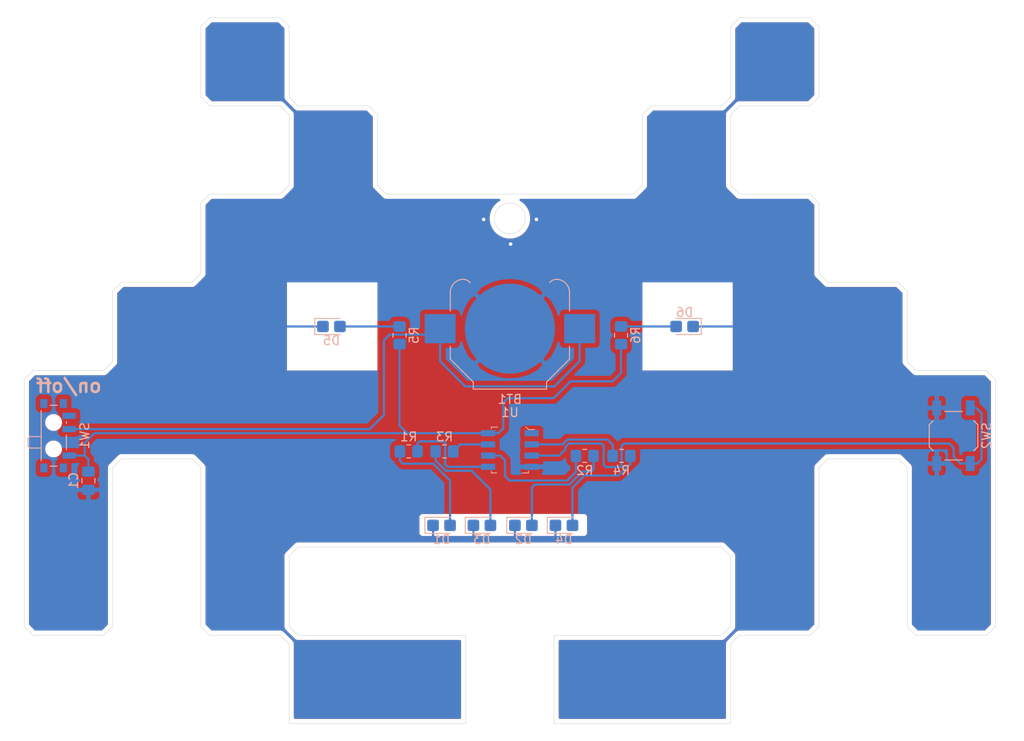
<source format=kicad_pcb>
(kicad_pcb (version 20171130) (host pcbnew 5.1.9)

  (general
    (thickness 1.6)
    (drawings 98)
    (tracks 130)
    (zones 0)
    (modules 17)
    (nets 17)
  )

  (page A4)
  (layers
    (0 F.Cu signal)
    (31 B.Cu signal)
    (32 B.Adhes user)
    (33 F.Adhes user)
    (34 B.Paste user)
    (35 F.Paste user)
    (36 B.SilkS user)
    (37 F.SilkS user)
    (38 B.Mask user)
    (39 F.Mask user)
    (40 Dwgs.User user)
    (41 Cmts.User user)
    (42 Eco1.User user)
    (43 Eco2.User user)
    (44 Edge.Cuts user)
    (45 Margin user)
    (46 B.CrtYd user)
    (47 F.CrtYd user)
    (48 B.Fab user)
    (49 F.Fab user)
  )

  (setup
    (last_trace_width 0.25)
    (trace_clearance 0.2)
    (zone_clearance 0.508)
    (zone_45_only no)
    (trace_min 0.2)
    (via_size 0.8)
    (via_drill 0.4)
    (via_min_size 0.4)
    (via_min_drill 0.3)
    (uvia_size 0.3)
    (uvia_drill 0.1)
    (uvias_allowed no)
    (uvia_min_size 0.2)
    (uvia_min_drill 0.1)
    (edge_width 0.05)
    (segment_width 0.2)
    (pcb_text_width 0.3)
    (pcb_text_size 1.5 1.5)
    (mod_edge_width 0.12)
    (mod_text_size 1 1)
    (mod_text_width 0.15)
    (pad_size 1.524 1.524)
    (pad_drill 0.762)
    (pad_to_mask_clearance 0)
    (aux_axis_origin 0 0)
    (visible_elements FFFFFF7F)
    (pcbplotparams
      (layerselection 0x010fc_ffffffff)
      (usegerberextensions false)
      (usegerberattributes true)
      (usegerberadvancedattributes true)
      (creategerberjobfile true)
      (excludeedgelayer true)
      (linewidth 0.100000)
      (plotframeref false)
      (viasonmask false)
      (mode 1)
      (useauxorigin false)
      (hpglpennumber 1)
      (hpglpenspeed 20)
      (hpglpendiameter 15.000000)
      (psnegative false)
      (psa4output false)
      (plotreference true)
      (plotvalue true)
      (plotinvisibletext false)
      (padsonsilk false)
      (subtractmaskfromsilk false)
      (outputformat 1)
      (mirror false)
      (drillshape 1)
      (scaleselection 1)
      (outputdirectory ""))
  )

  (net 0 "")
  (net 1 VCC)
  (net 2 GND)
  (net 3 "Net-(D1-Pad2)")
  (net 4 "Net-(D2-Pad2)")
  (net 5 "Net-(D3-Pad2)")
  (net 6 "Net-(D4-Pad2)")
  (net 7 "Net-(U1-Pad1)")
  (net 8 +3V3)
  (net 9 "Net-(D5-Pad2)")
  (net 10 "Net-(D6-Pad2)")
  (net 11 led1)
  (net 12 led2)
  (net 13 led3)
  (net 14 led4)
  (net 15 button)
  (net 16 "Net-(SW1-Pad3)")

  (net_class Default "This is the default net class."
    (clearance 0.2)
    (trace_width 0.25)
    (via_dia 0.8)
    (via_drill 0.4)
    (uvia_dia 0.3)
    (uvia_drill 0.1)
    (add_net +3V3)
    (add_net GND)
    (add_net "Net-(D1-Pad2)")
    (add_net "Net-(D2-Pad2)")
    (add_net "Net-(D3-Pad2)")
    (add_net "Net-(D4-Pad2)")
    (add_net "Net-(D5-Pad2)")
    (add_net "Net-(D6-Pad2)")
    (add_net "Net-(SW1-Pad3)")
    (add_net "Net-(U1-Pad1)")
    (add_net VCC)
    (add_net button)
    (add_net led1)
    (add_net led2)
    (add_net led3)
    (add_net led4)
  )

  (module Battery:BatteryHolder_Keystone_3000_1x12mm (layer B.Cu) (tedit 5D9CBDF8) (tstamp 603B677B)
    (at 163.75 115.25)
    (descr http://www.keyelco.com/product-pdf.cfm?p=777)
    (tags "Keystone type 3000 coin cell retainer")
    (path /604089C4)
    (attr smd)
    (fp_text reference BT1 (at 0 8) (layer B.SilkS)
      (effects (font (size 1 1) (thickness 0.15)) (justify mirror))
    )
    (fp_text value Battery_Cell (at 0 -7.5) (layer B.Fab)
      (effects (font (size 1 1) (thickness 0.15)) (justify mirror))
    )
    (fp_circle (center 0 0) (end 0 -6.25) (layer Dwgs.User) (width 0.15))
    (fp_line (start -7.25 -2.15) (end -7.25 -4.8) (layer B.CrtYd) (width 0.05))
    (fp_line (start 7.25 -2.15) (end 7.25 -4.8) (layer B.CrtYd) (width 0.05))
    (fp_line (start 6.75 -2) (end 6.75 -4.1) (layer B.SilkS) (width 0.12))
    (fp_line (start -6.75 -2) (end -6.75 -4.1) (layer B.SilkS) (width 0.12))
    (fp_line (start 7.25 2.15) (end 7.25 3.8) (layer B.CrtYd) (width 0.05))
    (fp_line (start 7.25 3.8) (end 4.65 6.4) (layer B.CrtYd) (width 0.05))
    (fp_line (start 4.65 6.4) (end 4.65 7.35) (layer B.CrtYd) (width 0.05))
    (fp_line (start -4.65 7.35) (end 4.65 7.35) (layer B.CrtYd) (width 0.05))
    (fp_line (start -4.65 6.4) (end -4.65 7.35) (layer B.CrtYd) (width 0.05))
    (fp_line (start -7.25 3.8) (end -4.65 6.4) (layer B.CrtYd) (width 0.05))
    (fp_line (start -7.25 2.15) (end -7.25 3.8) (layer B.CrtYd) (width 0.05))
    (fp_line (start -6.75 2) (end -6.75 3.45) (layer B.SilkS) (width 0.12))
    (fp_line (start -6.75 3.45) (end -4.15 6.05) (layer B.SilkS) (width 0.12))
    (fp_line (start -4.15 6.05) (end -4.15 6.85) (layer B.SilkS) (width 0.12))
    (fp_line (start -4.15 6.85) (end 4.15 6.85) (layer B.SilkS) (width 0.12))
    (fp_line (start 4.15 6.85) (end 4.15 6.05) (layer B.SilkS) (width 0.12))
    (fp_line (start 4.15 6.05) (end 6.75 3.45) (layer B.SilkS) (width 0.12))
    (fp_line (start 6.75 3.45) (end 6.75 2) (layer B.SilkS) (width 0.12))
    (fp_line (start -7.25 2.15) (end -10.15 2.15) (layer B.CrtYd) (width 0.05))
    (fp_line (start -10.15 2.15) (end -10.15 -2.15) (layer B.CrtYd) (width 0.05))
    (fp_line (start -10.15 -2.15) (end -7.25 -2.15) (layer B.CrtYd) (width 0.05))
    (fp_line (start 7.25 2.15) (end 10.15 2.15) (layer B.CrtYd) (width 0.05))
    (fp_line (start 10.15 2.15) (end 10.15 -2.15) (layer B.CrtYd) (width 0.05))
    (fp_line (start 10.15 -2.15) (end 7.25 -2.15) (layer B.CrtYd) (width 0.05))
    (fp_line (start 6.6 3.4) (end 6.6 -4.1) (layer B.Fab) (width 0.1))
    (fp_line (start -6.6 3.4) (end -6.6 -4.1) (layer B.Fab) (width 0.1))
    (fp_line (start 4 6) (end 6.6 3.4) (layer B.Fab) (width 0.1))
    (fp_line (start -4 6) (end -6.6 3.4) (layer B.Fab) (width 0.1))
    (fp_line (start 4 6.7) (end 4 6) (layer B.Fab) (width 0.1))
    (fp_line (start -4 6.7) (end -4 6) (layer B.Fab) (width 0.1))
    (fp_line (start -4 6.7) (end 4 6.7) (layer B.Fab) (width 0.1))
    (fp_line (start -5.29 -6.76) (end 5.29 -6.76) (layer B.CrtYd) (width 0.05))
    (fp_text user %R (at 0 0) (layer B.Fab)
      (effects (font (size 1 1) (thickness 0.15)) (justify mirror))
    )
    (fp_arc (start 5.29 -4.8) (end 5.29 -6.76) (angle 90) (layer B.CrtYd) (width 0.05))
    (fp_arc (start 5.29 -4.6) (end 4.5 -5.2) (angle 60) (layer B.SilkS) (width 0.12))
    (fp_arc (start -5.29 -4.6) (end -4.5 -5.2) (angle -60) (layer B.SilkS) (width 0.12))
    (fp_arc (start 5.29 -4.6) (end 4.6 -5.1) (angle 60) (layer B.Fab) (width 0.1))
    (fp_arc (start -5.29 -4.6) (end -4.6 -5.1) (angle -60) (layer B.Fab) (width 0.1))
    (fp_arc (start 0 -8.9) (end -4.6 -5.1) (angle -101) (layer B.Fab) (width 0.1))
    (fp_arc (start -5.29 -4.8) (end -5.29 -6.76) (angle -90) (layer B.CrtYd) (width 0.05))
    (fp_arc (start 5.25 -4.1) (end 5.3 -5.6) (angle 90) (layer B.SilkS) (width 0.12))
    (fp_arc (start -5.25 -4.1) (end -5.3 -5.6) (angle -90) (layer B.SilkS) (width 0.12))
    (fp_arc (start 5.25 -4.1) (end 5.3 -5.45) (angle 90) (layer B.Fab) (width 0.1))
    (fp_arc (start -5.25 -4.1) (end -5.3 -5.45) (angle -90) (layer B.Fab) (width 0.1))
    (pad 1 smd rect (at -7.9 0) (size 3.5 3.3) (layers B.Cu B.Paste B.Mask)
      (net 8 +3V3))
    (pad 1 smd rect (at 7.9 0) (size 3.5 3.3) (layers B.Cu B.Paste B.Mask)
      (net 8 +3V3))
    (pad 2 smd circle (at 0 0) (size 10.2 10.2) (layers B.Cu B.Mask)
      (net 2 GND))
    (model ${KISYS3DMOD}/Battery.3dshapes/BatteryHolder_Keystone_3000_1x12mm.wrl
      (at (xyz 0 0 0))
      (scale (xyz 1 1 1))
      (rotate (xyz 0 0 0))
    )
    (model ${KISYS3DMOD}/Battery.3dshapes/Battery_CR1225.wrl
      (at (xyz 0 0 0))
      (scale (xyz 1 1 1))
      (rotate (xyz 0 0 0))
    )
  )

  (module Capacitor_SMD:C_0805_2012Metric_Pad1.18x1.45mm_HandSolder (layer B.Cu) (tedit 5F68FEEF) (tstamp 603B57F8)
    (at 116.0145 132.4825 270)
    (descr "Capacitor SMD 0805 (2012 Metric), square (rectangular) end terminal, IPC_7351 nominal with elongated pad for handsoldering. (Body size source: IPC-SM-782 page 76, https://www.pcb-3d.com/wordpress/wp-content/uploads/ipc-sm-782a_amendment_1_and_2.pdf, https://docs.google.com/spreadsheets/d/1BsfQQcO9C6DZCsRaXUlFlo91Tg2WpOkGARC1WS5S8t0/edit?usp=sharing), generated with kicad-footprint-generator")
    (tags "capacitor handsolder")
    (path /60477FFB)
    (attr smd)
    (fp_text reference C1 (at 0 1.68 90) (layer B.SilkS)
      (effects (font (size 1 1) (thickness 0.15)) (justify mirror))
    )
    (fp_text value C_Small (at 0 -1.68 90) (layer B.Fab)
      (effects (font (size 1 1) (thickness 0.15)) (justify mirror))
    )
    (fp_line (start -1 -0.625) (end -1 0.625) (layer B.Fab) (width 0.1))
    (fp_line (start -1 0.625) (end 1 0.625) (layer B.Fab) (width 0.1))
    (fp_line (start 1 0.625) (end 1 -0.625) (layer B.Fab) (width 0.1))
    (fp_line (start 1 -0.625) (end -1 -0.625) (layer B.Fab) (width 0.1))
    (fp_line (start -0.261252 0.735) (end 0.261252 0.735) (layer B.SilkS) (width 0.12))
    (fp_line (start -0.261252 -0.735) (end 0.261252 -0.735) (layer B.SilkS) (width 0.12))
    (fp_line (start -1.88 -0.98) (end -1.88 0.98) (layer B.CrtYd) (width 0.05))
    (fp_line (start -1.88 0.98) (end 1.88 0.98) (layer B.CrtYd) (width 0.05))
    (fp_line (start 1.88 0.98) (end 1.88 -0.98) (layer B.CrtYd) (width 0.05))
    (fp_line (start 1.88 -0.98) (end -1.88 -0.98) (layer B.CrtYd) (width 0.05))
    (fp_text user %R (at 0 0 90) (layer B.Fab)
      (effects (font (size 0.5 0.5) (thickness 0.08)) (justify mirror))
    )
    (pad 1 smd roundrect (at -1.0375 0 270) (size 1.175 1.45) (layers B.Cu B.Paste B.Mask) (roundrect_rratio 0.212766)
      (net 1 VCC))
    (pad 2 smd roundrect (at 1.0375 0 270) (size 1.175 1.45) (layers B.Cu B.Paste B.Mask) (roundrect_rratio 0.212766)
      (net 2 GND))
    (model ${KISYS3DMOD}/Capacitor_SMD.3dshapes/C_0805_2012Metric.wrl
      (at (xyz 0 0 0))
      (scale (xyz 1 1 1))
      (rotate (xyz 0 0 0))
    )
  )

  (module LED_SMD:LED_0805_2012Metric_Castellated (layer B.Cu) (tedit 5F68FEF1) (tstamp 603B580B)
    (at 156.0095 137.541)
    (descr "LED SMD 0805 (2012 Metric), castellated end terminal, IPC_7351 nominal, (Body size source: https://docs.google.com/spreadsheets/d/1BsfQQcO9C6DZCsRaXUlFlo91Tg2WpOkGARC1WS5S8t0/edit?usp=sharing), generated with kicad-footprint-generator")
    (tags "LED castellated")
    (path /60422C3D)
    (attr smd)
    (fp_text reference D1 (at 0 1.6) (layer B.SilkS)
      (effects (font (size 1 1) (thickness 0.15)) (justify mirror))
    )
    (fp_text value LED (at 0 -1.6) (layer B.Fab)
      (effects (font (size 1 1) (thickness 0.15)) (justify mirror))
    )
    (fp_line (start 1.88 -0.9) (end -1.88 -0.9) (layer B.CrtYd) (width 0.05))
    (fp_line (start 1.88 0.9) (end 1.88 -0.9) (layer B.CrtYd) (width 0.05))
    (fp_line (start -1.88 0.9) (end 1.88 0.9) (layer B.CrtYd) (width 0.05))
    (fp_line (start -1.88 -0.9) (end -1.88 0.9) (layer B.CrtYd) (width 0.05))
    (fp_line (start -1.885 -0.91) (end 1 -0.91) (layer B.SilkS) (width 0.12))
    (fp_line (start -1.885 0.91) (end -1.885 -0.91) (layer B.SilkS) (width 0.12))
    (fp_line (start 1 0.91) (end -1.885 0.91) (layer B.SilkS) (width 0.12))
    (fp_line (start 1 -0.6) (end 1 0.6) (layer B.Fab) (width 0.1))
    (fp_line (start -1 -0.6) (end 1 -0.6) (layer B.Fab) (width 0.1))
    (fp_line (start -1 0.3) (end -1 -0.6) (layer B.Fab) (width 0.1))
    (fp_line (start -0.7 0.6) (end -1 0.3) (layer B.Fab) (width 0.1))
    (fp_line (start 1 0.6) (end -0.7 0.6) (layer B.Fab) (width 0.1))
    (fp_text user %R (at 0 0) (layer B.Fab)
      (effects (font (size 0.5 0.5) (thickness 0.08)) (justify mirror))
    )
    (pad 2 smd roundrect (at 0.9625 0) (size 1.325 1.3) (layers B.Cu B.Paste B.Mask) (roundrect_rratio 0.192308)
      (net 3 "Net-(D1-Pad2)"))
    (pad 1 smd roundrect (at -0.9625 0) (size 1.325 1.3) (layers B.Cu B.Paste B.Mask) (roundrect_rratio 0.192308)
      (net 2 GND))
    (model ${KISYS3DMOD}/LED_SMD.3dshapes/LED_0805_2012Metric_Castellated.wrl
      (at (xyz 0 0 0))
      (scale (xyz 1 1 1))
      (rotate (xyz 0 0 0))
    )
  )

  (module LED_SMD:LED_0805_2012Metric_Castellated (layer B.Cu) (tedit 5F68FEF1) (tstamp 603B581E)
    (at 165.2805 137.541)
    (descr "LED SMD 0805 (2012 Metric), castellated end terminal, IPC_7351 nominal, (Body size source: https://docs.google.com/spreadsheets/d/1BsfQQcO9C6DZCsRaXUlFlo91Tg2WpOkGARC1WS5S8t0/edit?usp=sharing), generated with kicad-footprint-generator")
    (tags "LED castellated")
    (path /60423566)
    (attr smd)
    (fp_text reference D2 (at 0 1.6) (layer B.SilkS)
      (effects (font (size 1 1) (thickness 0.15)) (justify mirror))
    )
    (fp_text value LED (at 0 -1.6) (layer B.Fab)
      (effects (font (size 1 1) (thickness 0.15)) (justify mirror))
    )
    (fp_line (start 1 0.6) (end -0.7 0.6) (layer B.Fab) (width 0.1))
    (fp_line (start -0.7 0.6) (end -1 0.3) (layer B.Fab) (width 0.1))
    (fp_line (start -1 0.3) (end -1 -0.6) (layer B.Fab) (width 0.1))
    (fp_line (start -1 -0.6) (end 1 -0.6) (layer B.Fab) (width 0.1))
    (fp_line (start 1 -0.6) (end 1 0.6) (layer B.Fab) (width 0.1))
    (fp_line (start 1 0.91) (end -1.885 0.91) (layer B.SilkS) (width 0.12))
    (fp_line (start -1.885 0.91) (end -1.885 -0.91) (layer B.SilkS) (width 0.12))
    (fp_line (start -1.885 -0.91) (end 1 -0.91) (layer B.SilkS) (width 0.12))
    (fp_line (start -1.88 -0.9) (end -1.88 0.9) (layer B.CrtYd) (width 0.05))
    (fp_line (start -1.88 0.9) (end 1.88 0.9) (layer B.CrtYd) (width 0.05))
    (fp_line (start 1.88 0.9) (end 1.88 -0.9) (layer B.CrtYd) (width 0.05))
    (fp_line (start 1.88 -0.9) (end -1.88 -0.9) (layer B.CrtYd) (width 0.05))
    (fp_text user %R (at 0 0) (layer B.Fab)
      (effects (font (size 0.5 0.5) (thickness 0.08)) (justify mirror))
    )
    (pad 1 smd roundrect (at -0.9625 0) (size 1.325 1.3) (layers B.Cu B.Paste B.Mask) (roundrect_rratio 0.192308)
      (net 2 GND))
    (pad 2 smd roundrect (at 0.9625 0) (size 1.325 1.3) (layers B.Cu B.Paste B.Mask) (roundrect_rratio 0.192308)
      (net 4 "Net-(D2-Pad2)"))
    (model ${KISYS3DMOD}/LED_SMD.3dshapes/LED_0805_2012Metric_Castellated.wrl
      (at (xyz 0 0 0))
      (scale (xyz 1 1 1))
      (rotate (xyz 0 0 0))
    )
  )

  (module LED_SMD:LED_0805_2012Metric_Castellated (layer B.Cu) (tedit 5F68FEF1) (tstamp 603B5831)
    (at 160.5815 137.541)
    (descr "LED SMD 0805 (2012 Metric), castellated end terminal, IPC_7351 nominal, (Body size source: https://docs.google.com/spreadsheets/d/1BsfQQcO9C6DZCsRaXUlFlo91Tg2WpOkGARC1WS5S8t0/edit?usp=sharing), generated with kicad-footprint-generator")
    (tags "LED castellated")
    (path /60424323)
    (attr smd)
    (fp_text reference D3 (at 0 1.6) (layer B.SilkS)
      (effects (font (size 1 1) (thickness 0.15)) (justify mirror))
    )
    (fp_text value LED (at 0 -1.6) (layer B.Fab)
      (effects (font (size 1 1) (thickness 0.15)) (justify mirror))
    )
    (fp_line (start 1.88 -0.9) (end -1.88 -0.9) (layer B.CrtYd) (width 0.05))
    (fp_line (start 1.88 0.9) (end 1.88 -0.9) (layer B.CrtYd) (width 0.05))
    (fp_line (start -1.88 0.9) (end 1.88 0.9) (layer B.CrtYd) (width 0.05))
    (fp_line (start -1.88 -0.9) (end -1.88 0.9) (layer B.CrtYd) (width 0.05))
    (fp_line (start -1.885 -0.91) (end 1 -0.91) (layer B.SilkS) (width 0.12))
    (fp_line (start -1.885 0.91) (end -1.885 -0.91) (layer B.SilkS) (width 0.12))
    (fp_line (start 1 0.91) (end -1.885 0.91) (layer B.SilkS) (width 0.12))
    (fp_line (start 1 -0.6) (end 1 0.6) (layer B.Fab) (width 0.1))
    (fp_line (start -1 -0.6) (end 1 -0.6) (layer B.Fab) (width 0.1))
    (fp_line (start -1 0.3) (end -1 -0.6) (layer B.Fab) (width 0.1))
    (fp_line (start -0.7 0.6) (end -1 0.3) (layer B.Fab) (width 0.1))
    (fp_line (start 1 0.6) (end -0.7 0.6) (layer B.Fab) (width 0.1))
    (fp_text user %R (at 0 0) (layer B.Fab)
      (effects (font (size 0.5 0.5) (thickness 0.08)) (justify mirror))
    )
    (pad 2 smd roundrect (at 0.9625 0) (size 1.325 1.3) (layers B.Cu B.Paste B.Mask) (roundrect_rratio 0.192308)
      (net 5 "Net-(D3-Pad2)"))
    (pad 1 smd roundrect (at -0.9625 0) (size 1.325 1.3) (layers B.Cu B.Paste B.Mask) (roundrect_rratio 0.192308)
      (net 2 GND))
    (model ${KISYS3DMOD}/LED_SMD.3dshapes/LED_0805_2012Metric_Castellated.wrl
      (at (xyz 0 0 0))
      (scale (xyz 1 1 1))
      (rotate (xyz 0 0 0))
    )
  )

  (module LED_SMD:LED_0805_2012Metric_Castellated (layer B.Cu) (tedit 5F68FEF1) (tstamp 603B5844)
    (at 169.8725 137.541)
    (descr "LED SMD 0805 (2012 Metric), castellated end terminal, IPC_7351 nominal, (Body size source: https://docs.google.com/spreadsheets/d/1BsfQQcO9C6DZCsRaXUlFlo91Tg2WpOkGARC1WS5S8t0/edit?usp=sharing), generated with kicad-footprint-generator")
    (tags "LED castellated")
    (path /60424329)
    (attr smd)
    (fp_text reference D4 (at 0 1.6) (layer B.SilkS)
      (effects (font (size 1 1) (thickness 0.15)) (justify mirror))
    )
    (fp_text value LED (at 0 -1.6) (layer B.Fab)
      (effects (font (size 1 1) (thickness 0.15)) (justify mirror))
    )
    (fp_line (start 1 0.6) (end -0.7 0.6) (layer B.Fab) (width 0.1))
    (fp_line (start -0.7 0.6) (end -1 0.3) (layer B.Fab) (width 0.1))
    (fp_line (start -1 0.3) (end -1 -0.6) (layer B.Fab) (width 0.1))
    (fp_line (start -1 -0.6) (end 1 -0.6) (layer B.Fab) (width 0.1))
    (fp_line (start 1 -0.6) (end 1 0.6) (layer B.Fab) (width 0.1))
    (fp_line (start 1 0.91) (end -1.885 0.91) (layer B.SilkS) (width 0.12))
    (fp_line (start -1.885 0.91) (end -1.885 -0.91) (layer B.SilkS) (width 0.12))
    (fp_line (start -1.885 -0.91) (end 1 -0.91) (layer B.SilkS) (width 0.12))
    (fp_line (start -1.88 -0.9) (end -1.88 0.9) (layer B.CrtYd) (width 0.05))
    (fp_line (start -1.88 0.9) (end 1.88 0.9) (layer B.CrtYd) (width 0.05))
    (fp_line (start 1.88 0.9) (end 1.88 -0.9) (layer B.CrtYd) (width 0.05))
    (fp_line (start 1.88 -0.9) (end -1.88 -0.9) (layer B.CrtYd) (width 0.05))
    (fp_text user %R (at 0 0) (layer B.Fab)
      (effects (font (size 0.5 0.5) (thickness 0.08)) (justify mirror))
    )
    (pad 1 smd roundrect (at -0.9625 0) (size 1.325 1.3) (layers B.Cu B.Paste B.Mask) (roundrect_rratio 0.192308)
      (net 2 GND))
    (pad 2 smd roundrect (at 0.9625 0) (size 1.325 1.3) (layers B.Cu B.Paste B.Mask) (roundrect_rratio 0.192308)
      (net 6 "Net-(D4-Pad2)"))
    (model ${KISYS3DMOD}/LED_SMD.3dshapes/LED_0805_2012Metric_Castellated.wrl
      (at (xyz 0 0 0))
      (scale (xyz 1 1 1))
      (rotate (xyz 0 0 0))
    )
  )

  (module LED_SMD:LED_0805_2012Metric_Castellated (layer B.Cu) (tedit 5F68FEF1) (tstamp 603B5857)
    (at 143.5375 115)
    (descr "LED SMD 0805 (2012 Metric), castellated end terminal, IPC_7351 nominal, (Body size source: https://docs.google.com/spreadsheets/d/1BsfQQcO9C6DZCsRaXUlFlo91Tg2WpOkGARC1WS5S8t0/edit?usp=sharing), generated with kicad-footprint-generator")
    (tags "LED castellated")
    (path /603C5AAC)
    (attr smd)
    (fp_text reference D5 (at 0 1.6) (layer B.SilkS)
      (effects (font (size 1 1) (thickness 0.15)) (justify mirror))
    )
    (fp_text value LED (at 0 -1.6) (layer B.Fab)
      (effects (font (size 1 1) (thickness 0.15)) (justify mirror))
    )
    (fp_line (start 1 0.6) (end -0.7 0.6) (layer B.Fab) (width 0.1))
    (fp_line (start -0.7 0.6) (end -1 0.3) (layer B.Fab) (width 0.1))
    (fp_line (start -1 0.3) (end -1 -0.6) (layer B.Fab) (width 0.1))
    (fp_line (start -1 -0.6) (end 1 -0.6) (layer B.Fab) (width 0.1))
    (fp_line (start 1 -0.6) (end 1 0.6) (layer B.Fab) (width 0.1))
    (fp_line (start 1 0.91) (end -1.885 0.91) (layer B.SilkS) (width 0.12))
    (fp_line (start -1.885 0.91) (end -1.885 -0.91) (layer B.SilkS) (width 0.12))
    (fp_line (start -1.885 -0.91) (end 1 -0.91) (layer B.SilkS) (width 0.12))
    (fp_line (start -1.88 -0.9) (end -1.88 0.9) (layer B.CrtYd) (width 0.05))
    (fp_line (start -1.88 0.9) (end 1.88 0.9) (layer B.CrtYd) (width 0.05))
    (fp_line (start 1.88 0.9) (end 1.88 -0.9) (layer B.CrtYd) (width 0.05))
    (fp_line (start 1.88 -0.9) (end -1.88 -0.9) (layer B.CrtYd) (width 0.05))
    (fp_text user %R (at 0 0) (layer B.Fab)
      (effects (font (size 0.5 0.5) (thickness 0.08)) (justify mirror))
    )
    (pad 1 smd roundrect (at -0.9625 0) (size 1.325 1.3) (layers B.Cu B.Paste B.Mask) (roundrect_rratio 0.192308)
      (net 2 GND))
    (pad 2 smd roundrect (at 0.9625 0) (size 1.325 1.3) (layers B.Cu B.Paste B.Mask) (roundrect_rratio 0.192308)
      (net 9 "Net-(D5-Pad2)"))
    (model ${KISYS3DMOD}/LED_SMD.3dshapes/LED_0805_2012Metric_Castellated.wrl
      (at (xyz 0 0 0))
      (scale (xyz 1 1 1))
      (rotate (xyz 0 0 0))
    )
  )

  (module LED_SMD:LED_0805_2012Metric_Castellated (layer B.Cu) (tedit 5F68FEF1) (tstamp 6056A71E)
    (at 183.5375 115 180)
    (descr "LED SMD 0805 (2012 Metric), castellated end terminal, IPC_7351 nominal, (Body size source: https://docs.google.com/spreadsheets/d/1BsfQQcO9C6DZCsRaXUlFlo91Tg2WpOkGARC1WS5S8t0/edit?usp=sharing), generated with kicad-footprint-generator")
    (tags "LED castellated")
    (path /603C5AB2)
    (attr smd)
    (fp_text reference D6 (at 0 1.6) (layer B.SilkS)
      (effects (font (size 1 1) (thickness 0.15)) (justify mirror))
    )
    (fp_text value LED (at 0 -1.6) (layer B.Fab)
      (effects (font (size 1 1) (thickness 0.15)) (justify mirror))
    )
    (fp_line (start 1.88 -0.9) (end -1.88 -0.9) (layer B.CrtYd) (width 0.05))
    (fp_line (start 1.88 0.9) (end 1.88 -0.9) (layer B.CrtYd) (width 0.05))
    (fp_line (start -1.88 0.9) (end 1.88 0.9) (layer B.CrtYd) (width 0.05))
    (fp_line (start -1.88 -0.9) (end -1.88 0.9) (layer B.CrtYd) (width 0.05))
    (fp_line (start -1.885 -0.91) (end 1 -0.91) (layer B.SilkS) (width 0.12))
    (fp_line (start -1.885 0.91) (end -1.885 -0.91) (layer B.SilkS) (width 0.12))
    (fp_line (start 1 0.91) (end -1.885 0.91) (layer B.SilkS) (width 0.12))
    (fp_line (start 1 -0.6) (end 1 0.6) (layer B.Fab) (width 0.1))
    (fp_line (start -1 -0.6) (end 1 -0.6) (layer B.Fab) (width 0.1))
    (fp_line (start -1 0.3) (end -1 -0.6) (layer B.Fab) (width 0.1))
    (fp_line (start -0.7 0.6) (end -1 0.3) (layer B.Fab) (width 0.1))
    (fp_line (start 1 0.6) (end -0.7 0.6) (layer B.Fab) (width 0.1))
    (fp_text user %R (at 0 0) (layer B.Fab)
      (effects (font (size 0.5 0.5) (thickness 0.08)) (justify mirror))
    )
    (pad 2 smd roundrect (at 0.9625 0 180) (size 1.325 1.3) (layers B.Cu B.Paste B.Mask) (roundrect_rratio 0.192308)
      (net 10 "Net-(D6-Pad2)"))
    (pad 1 smd roundrect (at -0.9625 0 180) (size 1.325 1.3) (layers B.Cu B.Paste B.Mask) (roundrect_rratio 0.192308)
      (net 2 GND))
    (model ${KISYS3DMOD}/LED_SMD.3dshapes/LED_0805_2012Metric_Castellated.wrl
      (at (xyz 0 0 0))
      (scale (xyz 1 1 1))
      (rotate (xyz 0 0 0))
    )
  )

  (module Resistor_SMD:R_0805_2012Metric_Pad1.20x1.40mm_HandSolder (layer B.Cu) (tedit 5F68FEEE) (tstamp 603B587B)
    (at 152.289 129.159 180)
    (descr "Resistor SMD 0805 (2012 Metric), square (rectangular) end terminal, IPC_7351 nominal with elongated pad for handsoldering. (Body size source: IPC-SM-782 page 72, https://www.pcb-3d.com/wordpress/wp-content/uploads/ipc-sm-782a_amendment_1_and_2.pdf), generated with kicad-footprint-generator")
    (tags "resistor handsolder")
    (path /603BCD8F)
    (attr smd)
    (fp_text reference R1 (at 0 1.65) (layer B.SilkS)
      (effects (font (size 1 1) (thickness 0.15)) (justify mirror))
    )
    (fp_text value 330 (at 0 -1.65) (layer B.Fab)
      (effects (font (size 1 1) (thickness 0.15)) (justify mirror))
    )
    (fp_line (start -1 -0.625) (end -1 0.625) (layer B.Fab) (width 0.1))
    (fp_line (start -1 0.625) (end 1 0.625) (layer B.Fab) (width 0.1))
    (fp_line (start 1 0.625) (end 1 -0.625) (layer B.Fab) (width 0.1))
    (fp_line (start 1 -0.625) (end -1 -0.625) (layer B.Fab) (width 0.1))
    (fp_line (start -0.227064 0.735) (end 0.227064 0.735) (layer B.SilkS) (width 0.12))
    (fp_line (start -0.227064 -0.735) (end 0.227064 -0.735) (layer B.SilkS) (width 0.12))
    (fp_line (start -1.85 -0.95) (end -1.85 0.95) (layer B.CrtYd) (width 0.05))
    (fp_line (start -1.85 0.95) (end 1.85 0.95) (layer B.CrtYd) (width 0.05))
    (fp_line (start 1.85 0.95) (end 1.85 -0.95) (layer B.CrtYd) (width 0.05))
    (fp_line (start 1.85 -0.95) (end -1.85 -0.95) (layer B.CrtYd) (width 0.05))
    (fp_text user %R (at 0 0) (layer B.Fab)
      (effects (font (size 0.5 0.5) (thickness 0.08)) (justify mirror))
    )
    (pad 1 smd roundrect (at -1 0 180) (size 1.2 1.4) (layers B.Cu B.Paste B.Mask) (roundrect_rratio 0.208333)
      (net 11 led1))
    (pad 2 smd roundrect (at 1 0 180) (size 1.2 1.4) (layers B.Cu B.Paste B.Mask) (roundrect_rratio 0.208333)
      (net 3 "Net-(D1-Pad2)"))
    (model ${KISYS3DMOD}/Resistor_SMD.3dshapes/R_0805_2012Metric.wrl
      (at (xyz 0 0 0))
      (scale (xyz 1 1 1))
      (rotate (xyz 0 0 0))
    )
  )

  (module Resistor_SMD:R_0805_2012Metric_Pad1.20x1.40mm_HandSolder (layer B.Cu) (tedit 5F68FEEE) (tstamp 603B588C)
    (at 172.228 129.667)
    (descr "Resistor SMD 0805 (2012 Metric), square (rectangular) end terminal, IPC_7351 nominal with elongated pad for handsoldering. (Body size source: IPC-SM-782 page 72, https://www.pcb-3d.com/wordpress/wp-content/uploads/ipc-sm-782a_amendment_1_and_2.pdf), generated with kicad-footprint-generator")
    (tags "resistor handsolder")
    (path /6041D242)
    (attr smd)
    (fp_text reference R2 (at 0 1.65) (layer B.SilkS)
      (effects (font (size 1 1) (thickness 0.15)) (justify mirror))
    )
    (fp_text value 330 (at 0 -1.65) (layer B.Fab)
      (effects (font (size 1 1) (thickness 0.15)) (justify mirror))
    )
    (fp_line (start 1.85 -0.95) (end -1.85 -0.95) (layer B.CrtYd) (width 0.05))
    (fp_line (start 1.85 0.95) (end 1.85 -0.95) (layer B.CrtYd) (width 0.05))
    (fp_line (start -1.85 0.95) (end 1.85 0.95) (layer B.CrtYd) (width 0.05))
    (fp_line (start -1.85 -0.95) (end -1.85 0.95) (layer B.CrtYd) (width 0.05))
    (fp_line (start -0.227064 -0.735) (end 0.227064 -0.735) (layer B.SilkS) (width 0.12))
    (fp_line (start -0.227064 0.735) (end 0.227064 0.735) (layer B.SilkS) (width 0.12))
    (fp_line (start 1 -0.625) (end -1 -0.625) (layer B.Fab) (width 0.1))
    (fp_line (start 1 0.625) (end 1 -0.625) (layer B.Fab) (width 0.1))
    (fp_line (start -1 0.625) (end 1 0.625) (layer B.Fab) (width 0.1))
    (fp_line (start -1 -0.625) (end -1 0.625) (layer B.Fab) (width 0.1))
    (fp_text user %R (at 0 0) (layer B.Fab)
      (effects (font (size 0.5 0.5) (thickness 0.08)) (justify mirror))
    )
    (pad 2 smd roundrect (at 1 0) (size 1.2 1.4) (layers B.Cu B.Paste B.Mask) (roundrect_rratio 0.208333)
      (net 4 "Net-(D2-Pad2)"))
    (pad 1 smd roundrect (at -1 0) (size 1.2 1.4) (layers B.Cu B.Paste B.Mask) (roundrect_rratio 0.208333)
      (net 12 led2))
    (model ${KISYS3DMOD}/Resistor_SMD.3dshapes/R_0805_2012Metric.wrl
      (at (xyz 0 0 0))
      (scale (xyz 1 1 1))
      (rotate (xyz 0 0 0))
    )
  )

  (module Resistor_SMD:R_0805_2012Metric_Pad1.20x1.40mm_HandSolder (layer B.Cu) (tedit 5F68FEEE) (tstamp 603B589D)
    (at 156.337 129.159 180)
    (descr "Resistor SMD 0805 (2012 Metric), square (rectangular) end terminal, IPC_7351 nominal with elongated pad for handsoldering. (Body size source: IPC-SM-782 page 72, https://www.pcb-3d.com/wordpress/wp-content/uploads/ipc-sm-782a_amendment_1_and_2.pdf), generated with kicad-footprint-generator")
    (tags "resistor handsolder")
    (path /6041DA07)
    (attr smd)
    (fp_text reference R3 (at 0 1.65) (layer B.SilkS)
      (effects (font (size 1 1) (thickness 0.15)) (justify mirror))
    )
    (fp_text value 330 (at 0 -1.65) (layer B.Fab)
      (effects (font (size 1 1) (thickness 0.15)) (justify mirror))
    )
    (fp_line (start -1 -0.625) (end -1 0.625) (layer B.Fab) (width 0.1))
    (fp_line (start -1 0.625) (end 1 0.625) (layer B.Fab) (width 0.1))
    (fp_line (start 1 0.625) (end 1 -0.625) (layer B.Fab) (width 0.1))
    (fp_line (start 1 -0.625) (end -1 -0.625) (layer B.Fab) (width 0.1))
    (fp_line (start -0.227064 0.735) (end 0.227064 0.735) (layer B.SilkS) (width 0.12))
    (fp_line (start -0.227064 -0.735) (end 0.227064 -0.735) (layer B.SilkS) (width 0.12))
    (fp_line (start -1.85 -0.95) (end -1.85 0.95) (layer B.CrtYd) (width 0.05))
    (fp_line (start -1.85 0.95) (end 1.85 0.95) (layer B.CrtYd) (width 0.05))
    (fp_line (start 1.85 0.95) (end 1.85 -0.95) (layer B.CrtYd) (width 0.05))
    (fp_line (start 1.85 -0.95) (end -1.85 -0.95) (layer B.CrtYd) (width 0.05))
    (fp_text user %R (at 0 0) (layer B.Fab)
      (effects (font (size 0.5 0.5) (thickness 0.08)) (justify mirror))
    )
    (pad 1 smd roundrect (at -1 0 180) (size 1.2 1.4) (layers B.Cu B.Paste B.Mask) (roundrect_rratio 0.208333)
      (net 13 led3))
    (pad 2 smd roundrect (at 1 0 180) (size 1.2 1.4) (layers B.Cu B.Paste B.Mask) (roundrect_rratio 0.208333)
      (net 5 "Net-(D3-Pad2)"))
    (model ${KISYS3DMOD}/Resistor_SMD.3dshapes/R_0805_2012Metric.wrl
      (at (xyz 0 0 0))
      (scale (xyz 1 1 1))
      (rotate (xyz 0 0 0))
    )
  )

  (module Resistor_SMD:R_0805_2012Metric_Pad1.20x1.40mm_HandSolder (layer B.Cu) (tedit 5F68FEEE) (tstamp 603B58AE)
    (at 176.387 129.667)
    (descr "Resistor SMD 0805 (2012 Metric), square (rectangular) end terminal, IPC_7351 nominal with elongated pad for handsoldering. (Body size source: IPC-SM-782 page 72, https://www.pcb-3d.com/wordpress/wp-content/uploads/ipc-sm-782a_amendment_1_and_2.pdf), generated with kicad-footprint-generator")
    (tags "resistor handsolder")
    (path /6041E190)
    (attr smd)
    (fp_text reference R4 (at 0 1.65) (layer B.SilkS)
      (effects (font (size 1 1) (thickness 0.15)) (justify mirror))
    )
    (fp_text value 330 (at 0 -1.65) (layer B.Fab)
      (effects (font (size 1 1) (thickness 0.15)) (justify mirror))
    )
    (fp_line (start 1.85 -0.95) (end -1.85 -0.95) (layer B.CrtYd) (width 0.05))
    (fp_line (start 1.85 0.95) (end 1.85 -0.95) (layer B.CrtYd) (width 0.05))
    (fp_line (start -1.85 0.95) (end 1.85 0.95) (layer B.CrtYd) (width 0.05))
    (fp_line (start -1.85 -0.95) (end -1.85 0.95) (layer B.CrtYd) (width 0.05))
    (fp_line (start -0.227064 -0.735) (end 0.227064 -0.735) (layer B.SilkS) (width 0.12))
    (fp_line (start -0.227064 0.735) (end 0.227064 0.735) (layer B.SilkS) (width 0.12))
    (fp_line (start 1 -0.625) (end -1 -0.625) (layer B.Fab) (width 0.1))
    (fp_line (start 1 0.625) (end 1 -0.625) (layer B.Fab) (width 0.1))
    (fp_line (start -1 0.625) (end 1 0.625) (layer B.Fab) (width 0.1))
    (fp_line (start -1 -0.625) (end -1 0.625) (layer B.Fab) (width 0.1))
    (fp_text user %R (at 0 0) (layer B.Fab)
      (effects (font (size 0.5 0.5) (thickness 0.08)) (justify mirror))
    )
    (pad 2 smd roundrect (at 1 0) (size 1.2 1.4) (layers B.Cu B.Paste B.Mask) (roundrect_rratio 0.208333)
      (net 6 "Net-(D4-Pad2)"))
    (pad 1 smd roundrect (at -1 0) (size 1.2 1.4) (layers B.Cu B.Paste B.Mask) (roundrect_rratio 0.208333)
      (net 14 led4))
    (model ${KISYS3DMOD}/Resistor_SMD.3dshapes/R_0805_2012Metric.wrl
      (at (xyz 0 0 0))
      (scale (xyz 1 1 1))
      (rotate (xyz 0 0 0))
    )
  )

  (module Resistor_SMD:R_0805_2012Metric_Pad1.20x1.40mm_HandSolder (layer B.Cu) (tedit 5F68FEEE) (tstamp 603B58BF)
    (at 151.25 116 90)
    (descr "Resistor SMD 0805 (2012 Metric), square (rectangular) end terminal, IPC_7351 nominal with elongated pad for handsoldering. (Body size source: IPC-SM-782 page 72, https://www.pcb-3d.com/wordpress/wp-content/uploads/ipc-sm-782a_amendment_1_and_2.pdf), generated with kicad-footprint-generator")
    (tags "resistor handsolder")
    (path /604209CB)
    (attr smd)
    (fp_text reference R5 (at 0 1.65 90) (layer B.SilkS)
      (effects (font (size 1 1) (thickness 0.15)) (justify mirror))
    )
    (fp_text value 330 (at 0 -1.65 90) (layer B.Fab)
      (effects (font (size 1 1) (thickness 0.15)) (justify mirror))
    )
    (fp_line (start -1 -0.625) (end -1 0.625) (layer B.Fab) (width 0.1))
    (fp_line (start -1 0.625) (end 1 0.625) (layer B.Fab) (width 0.1))
    (fp_line (start 1 0.625) (end 1 -0.625) (layer B.Fab) (width 0.1))
    (fp_line (start 1 -0.625) (end -1 -0.625) (layer B.Fab) (width 0.1))
    (fp_line (start -0.227064 0.735) (end 0.227064 0.735) (layer B.SilkS) (width 0.12))
    (fp_line (start -0.227064 -0.735) (end 0.227064 -0.735) (layer B.SilkS) (width 0.12))
    (fp_line (start -1.85 -0.95) (end -1.85 0.95) (layer B.CrtYd) (width 0.05))
    (fp_line (start -1.85 0.95) (end 1.85 0.95) (layer B.CrtYd) (width 0.05))
    (fp_line (start 1.85 0.95) (end 1.85 -0.95) (layer B.CrtYd) (width 0.05))
    (fp_line (start 1.85 -0.95) (end -1.85 -0.95) (layer B.CrtYd) (width 0.05))
    (fp_text user %R (at 0 0 90) (layer B.Fab)
      (effects (font (size 0.5 0.5) (thickness 0.08)) (justify mirror))
    )
    (pad 1 smd roundrect (at -1 0 90) (size 1.2 1.4) (layers B.Cu B.Paste B.Mask) (roundrect_rratio 0.208333)
      (net 1 VCC))
    (pad 2 smd roundrect (at 1 0 90) (size 1.2 1.4) (layers B.Cu B.Paste B.Mask) (roundrect_rratio 0.208333)
      (net 9 "Net-(D5-Pad2)"))
    (model ${KISYS3DMOD}/Resistor_SMD.3dshapes/R_0805_2012Metric.wrl
      (at (xyz 0 0 0))
      (scale (xyz 1 1 1))
      (rotate (xyz 0 0 0))
    )
  )

  (module Resistor_SMD:R_0805_2012Metric_Pad1.20x1.40mm_HandSolder (layer B.Cu) (tedit 5F68FEEE) (tstamp 603B58D0)
    (at 176.3395 115.9985 90)
    (descr "Resistor SMD 0805 (2012 Metric), square (rectangular) end terminal, IPC_7351 nominal with elongated pad for handsoldering. (Body size source: IPC-SM-782 page 72, https://www.pcb-3d.com/wordpress/wp-content/uploads/ipc-sm-782a_amendment_1_and_2.pdf), generated with kicad-footprint-generator")
    (tags "resistor handsolder")
    (path /6042136F)
    (attr smd)
    (fp_text reference R6 (at 0 1.65 90) (layer B.SilkS)
      (effects (font (size 1 1) (thickness 0.15)) (justify mirror))
    )
    (fp_text value 330 (at 0 -1.65 90) (layer B.Fab)
      (effects (font (size 1 1) (thickness 0.15)) (justify mirror))
    )
    (fp_line (start 1.85 -0.95) (end -1.85 -0.95) (layer B.CrtYd) (width 0.05))
    (fp_line (start 1.85 0.95) (end 1.85 -0.95) (layer B.CrtYd) (width 0.05))
    (fp_line (start -1.85 0.95) (end 1.85 0.95) (layer B.CrtYd) (width 0.05))
    (fp_line (start -1.85 -0.95) (end -1.85 0.95) (layer B.CrtYd) (width 0.05))
    (fp_line (start -0.227064 -0.735) (end 0.227064 -0.735) (layer B.SilkS) (width 0.12))
    (fp_line (start -0.227064 0.735) (end 0.227064 0.735) (layer B.SilkS) (width 0.12))
    (fp_line (start 1 -0.625) (end -1 -0.625) (layer B.Fab) (width 0.1))
    (fp_line (start 1 0.625) (end 1 -0.625) (layer B.Fab) (width 0.1))
    (fp_line (start -1 0.625) (end 1 0.625) (layer B.Fab) (width 0.1))
    (fp_line (start -1 -0.625) (end -1 0.625) (layer B.Fab) (width 0.1))
    (fp_text user %R (at 0 0 90) (layer B.Fab)
      (effects (font (size 0.5 0.5) (thickness 0.08)) (justify mirror))
    )
    (pad 2 smd roundrect (at 1 0 90) (size 1.2 1.4) (layers B.Cu B.Paste B.Mask) (roundrect_rratio 0.208333)
      (net 10 "Net-(D6-Pad2)"))
    (pad 1 smd roundrect (at -1 0 90) (size 1.2 1.4) (layers B.Cu B.Paste B.Mask) (roundrect_rratio 0.208333)
      (net 1 VCC))
    (model ${KISYS3DMOD}/Resistor_SMD.3dshapes/R_0805_2012Metric.wrl
      (at (xyz 0 0 0))
      (scale (xyz 1 1 1))
      (rotate (xyz 0 0 0))
    )
  )

  (module Button_Switch_SMD:SW_SPDT_PCM12 (layer B.Cu) (tedit 5A02FC95) (tstamp 603B58FA)
    (at 112.395 127.381 90)
    (descr "Ultraminiature Surface Mount Slide Switch, right-angle, https://www.ckswitches.com/media/1424/pcm.pdf")
    (path /60475AEA)
    (attr smd)
    (fp_text reference SW1 (at 0 3.2 90) (layer B.SilkS)
      (effects (font (size 1 1) (thickness 0.15)) (justify mirror))
    )
    (fp_text value SW_SPDT (at 0 -4.25 90) (layer B.Fab)
      (effects (font (size 1 1) (thickness 0.15)) (justify mirror))
    )
    (fp_line (start -1.4 -1.65) (end -1.4 -2.95) (layer B.Fab) (width 0.1))
    (fp_line (start -1.4 -2.95) (end -1.2 -3.15) (layer B.Fab) (width 0.1))
    (fp_line (start -1.2 -3.15) (end -0.35 -3.15) (layer B.Fab) (width 0.1))
    (fp_line (start -0.35 -3.15) (end -0.15 -2.95) (layer B.Fab) (width 0.1))
    (fp_line (start -0.15 -2.95) (end -0.1 -2.9) (layer B.Fab) (width 0.1))
    (fp_line (start -0.1 -2.9) (end -0.1 -1.6) (layer B.Fab) (width 0.1))
    (fp_line (start -3.35 1) (end -3.35 -1.6) (layer B.Fab) (width 0.1))
    (fp_line (start -3.35 -1.6) (end 3.35 -1.6) (layer B.Fab) (width 0.1))
    (fp_line (start 3.35 -1.6) (end 3.35 1) (layer B.Fab) (width 0.1))
    (fp_line (start 3.35 1) (end -3.35 1) (layer B.Fab) (width 0.1))
    (fp_line (start 1.4 1.12) (end 1.6 1.12) (layer B.SilkS) (width 0.12))
    (fp_line (start -4.4 2.45) (end 4.4 2.45) (layer B.CrtYd) (width 0.05))
    (fp_line (start 4.4 2.45) (end 4.4 -2.1) (layer B.CrtYd) (width 0.05))
    (fp_line (start 4.4 -2.1) (end 1.65 -2.1) (layer B.CrtYd) (width 0.05))
    (fp_line (start 1.65 -2.1) (end 1.65 -3.4) (layer B.CrtYd) (width 0.05))
    (fp_line (start 1.65 -3.4) (end -1.65 -3.4) (layer B.CrtYd) (width 0.05))
    (fp_line (start -1.65 -3.4) (end -1.65 -2.1) (layer B.CrtYd) (width 0.05))
    (fp_line (start -1.65 -2.1) (end -4.4 -2.1) (layer B.CrtYd) (width 0.05))
    (fp_line (start -4.4 -2.1) (end -4.4 2.45) (layer B.CrtYd) (width 0.05))
    (fp_line (start -1.4 -3.02) (end -1.2 -3.23) (layer B.SilkS) (width 0.12))
    (fp_line (start -0.1 -3.02) (end -0.3 -3.23) (layer B.SilkS) (width 0.12))
    (fp_line (start -1.4 -1.73) (end -1.4 -3.02) (layer B.SilkS) (width 0.12))
    (fp_line (start -1.2 -3.23) (end -0.3 -3.23) (layer B.SilkS) (width 0.12))
    (fp_line (start -0.1 -3.02) (end -0.1 -1.73) (layer B.SilkS) (width 0.12))
    (fp_line (start -2.85 -1.73) (end 2.85 -1.73) (layer B.SilkS) (width 0.12))
    (fp_line (start -1.6 1.12) (end 0.1 1.12) (layer B.SilkS) (width 0.12))
    (fp_line (start -3.45 0.07) (end -3.45 -0.72) (layer B.SilkS) (width 0.12))
    (fp_line (start 3.45 -0.72) (end 3.45 0.07) (layer B.SilkS) (width 0.12))
    (fp_text user %R (at 0 3.2 90) (layer B.Fab)
      (effects (font (size 1 1) (thickness 0.15)) (justify mirror))
    )
    (pad "" np_thru_hole circle (at -1.5 -0.33 90) (size 0.9 0.9) (drill 0.9) (layers *.Cu *.Mask))
    (pad "" np_thru_hole circle (at 1.5 -0.33 90) (size 0.9 0.9) (drill 0.9) (layers *.Cu *.Mask))
    (pad 1 smd rect (at -2.25 1.43 90) (size 0.7 1.5) (layers B.Cu B.Paste B.Mask)
      (net 1 VCC))
    (pad 2 smd rect (at 0.75 1.43 90) (size 0.7 1.5) (layers B.Cu B.Paste B.Mask)
      (net 8 +3V3))
    (pad 3 smd rect (at 2.25 1.43 90) (size 0.7 1.5) (layers B.Cu B.Paste B.Mask)
      (net 16 "Net-(SW1-Pad3)"))
    (pad "" smd rect (at -3.65 -1.43 90) (size 1 0.8) (layers B.Cu B.Paste B.Mask))
    (pad "" smd rect (at 3.65 -1.43 90) (size 1 0.8) (layers B.Cu B.Paste B.Mask))
    (pad "" smd rect (at 3.65 0.78 90) (size 1 0.8) (layers B.Cu B.Paste B.Mask))
    (pad "" smd rect (at -3.65 0.78 90) (size 1 0.8) (layers B.Cu B.Paste B.Mask))
    (model ${KISYS3DMOD}/Button_Switch_SMD.3dshapes/SW_SPDT_PCM12.wrl
      (at (xyz 0 0 0))
      (scale (xyz 1 1 1))
      (rotate (xyz 0 0 0))
    )
  )

  (module Button_Switch_SMD:SW_SPST_TL3342 (layer B.Cu) (tedit 5A02FC95) (tstamp 603B5930)
    (at 213.995 127.381 90)
    (descr "Low-profile SMD Tactile Switch, https://www.e-switch.com/system/asset/product_line/data_sheet/165/TL3342.pdf")
    (tags "SPST Tactile Switch")
    (path /60466675)
    (attr smd)
    (fp_text reference SW2 (at 0 3.75 90) (layer B.SilkS)
      (effects (font (size 1 1) (thickness 0.15)) (justify mirror))
    )
    (fp_text value SW_Push (at 0 -3.75 90) (layer B.Fab)
      (effects (font (size 1 1) (thickness 0.15)) (justify mirror))
    )
    (fp_line (start 3.2 -2.1) (end 3.2 -1.6) (layer B.Fab) (width 0.1))
    (fp_line (start 3.2 2.1) (end 3.2 1.6) (layer B.Fab) (width 0.1))
    (fp_line (start -3.2 -2.1) (end -3.2 -1.6) (layer B.Fab) (width 0.1))
    (fp_line (start -3.2 2.1) (end -3.2 1.6) (layer B.Fab) (width 0.1))
    (fp_line (start 2.7 2.1) (end 2.7 1.6) (layer B.Fab) (width 0.1))
    (fp_line (start 1.7 2.1) (end 3.2 2.1) (layer B.Fab) (width 0.1))
    (fp_line (start 3.2 1.6) (end 2.2 1.6) (layer B.Fab) (width 0.1))
    (fp_line (start -2.7 2.1) (end -2.7 1.6) (layer B.Fab) (width 0.1))
    (fp_line (start -1.7 2.1) (end -3.2 2.1) (layer B.Fab) (width 0.1))
    (fp_line (start -3.2 1.6) (end -2.2 1.6) (layer B.Fab) (width 0.1))
    (fp_line (start -2.7 -2.1) (end -2.7 -1.6) (layer B.Fab) (width 0.1))
    (fp_line (start -3.2 -1.6) (end -2.2 -1.6) (layer B.Fab) (width 0.1))
    (fp_line (start -1.7 -2.1) (end -3.2 -2.1) (layer B.Fab) (width 0.1))
    (fp_line (start 1.7 -2.1) (end 3.2 -2.1) (layer B.Fab) (width 0.1))
    (fp_line (start 2.7 -2.1) (end 2.7 -1.6) (layer B.Fab) (width 0.1))
    (fp_line (start 3.2 -1.6) (end 2.2 -1.6) (layer B.Fab) (width 0.1))
    (fp_line (start -1.7 -2.3) (end -1.25 -2.75) (layer B.SilkS) (width 0.12))
    (fp_line (start 1.7 -2.3) (end 1.25 -2.75) (layer B.SilkS) (width 0.12))
    (fp_line (start 1.7 2.3) (end 1.25 2.75) (layer B.SilkS) (width 0.12))
    (fp_line (start -1.7 2.3) (end -1.25 2.75) (layer B.SilkS) (width 0.12))
    (fp_line (start -2 1) (end -1 2) (layer B.Fab) (width 0.1))
    (fp_line (start -1 2) (end 1 2) (layer B.Fab) (width 0.1))
    (fp_line (start 1 2) (end 2 1) (layer B.Fab) (width 0.1))
    (fp_line (start 2 1) (end 2 -1) (layer B.Fab) (width 0.1))
    (fp_line (start 2 -1) (end 1 -2) (layer B.Fab) (width 0.1))
    (fp_line (start 1 -2) (end -1 -2) (layer B.Fab) (width 0.1))
    (fp_line (start -1 -2) (end -2 -1) (layer B.Fab) (width 0.1))
    (fp_line (start -2 -1) (end -2 1) (layer B.Fab) (width 0.1))
    (fp_line (start 2.75 1) (end 2.75 -1) (layer B.SilkS) (width 0.12))
    (fp_line (start -1.25 -2.75) (end 1.25 -2.75) (layer B.SilkS) (width 0.12))
    (fp_line (start -2.75 1) (end -2.75 -1) (layer B.SilkS) (width 0.12))
    (fp_line (start -1.25 2.75) (end 1.25 2.75) (layer B.SilkS) (width 0.12))
    (fp_line (start -2.6 1.2) (end -2.6 -1.2) (layer B.Fab) (width 0.1))
    (fp_line (start -2.6 -1.2) (end -1.2 -2.6) (layer B.Fab) (width 0.1))
    (fp_line (start -1.2 -2.6) (end 1.2 -2.6) (layer B.Fab) (width 0.1))
    (fp_line (start 1.2 -2.6) (end 2.6 -1.2) (layer B.Fab) (width 0.1))
    (fp_line (start 2.6 -1.2) (end 2.6 1.2) (layer B.Fab) (width 0.1))
    (fp_line (start 2.6 1.2) (end 1.2 2.6) (layer B.Fab) (width 0.1))
    (fp_line (start 1.2 2.6) (end -1.2 2.6) (layer B.Fab) (width 0.1))
    (fp_line (start -1.2 2.6) (end -2.6 1.2) (layer B.Fab) (width 0.1))
    (fp_line (start -4.25 3) (end 4.25 3) (layer B.CrtYd) (width 0.05))
    (fp_line (start 4.25 3) (end 4.25 -3) (layer B.CrtYd) (width 0.05))
    (fp_line (start 4.25 -3) (end -4.25 -3) (layer B.CrtYd) (width 0.05))
    (fp_line (start -4.25 -3) (end -4.25 3) (layer B.CrtYd) (width 0.05))
    (fp_circle (center 0 0) (end 1 0) (layer B.Fab) (width 0.1))
    (fp_text user %R (at 0 3.75 90) (layer B.Fab)
      (effects (font (size 1 1) (thickness 0.15)) (justify mirror))
    )
    (pad 1 smd rect (at -3.15 1.9 90) (size 1.7 1) (layers B.Cu B.Paste B.Mask)
      (net 15 button))
    (pad 1 smd rect (at 3.15 1.9 90) (size 1.7 1) (layers B.Cu B.Paste B.Mask)
      (net 15 button))
    (pad 2 smd rect (at -3.15 -1.9 90) (size 1.7 1) (layers B.Cu B.Paste B.Mask)
      (net 2 GND))
    (pad 2 smd rect (at 3.15 -1.9 90) (size 1.7 1) (layers B.Cu B.Paste B.Mask)
      (net 2 GND))
    (model ${KISYS3DMOD}/Button_Switch_SMD.3dshapes/SW_SPST_TL3342.wrl
      (at (xyz 0 0 0))
      (scale (xyz 1 1 1))
      (rotate (xyz 0 0 0))
    )
  )

  (module digikey-footprints:SOIC-8_W5.3mm (layer B.Cu) (tedit 5D28A54C) (tstamp 603B68EA)
    (at 163.75 129 180)
    (descr http://ww1.microchip.com/downloads/en/DeviceDoc/Atmel-2586-AVR-8-bit-Microcontroller-ATtiny25-ATtiny45-ATtiny85_Datasheet-Summary.pdf)
    (path /603C962A)
    (attr smd)
    (fp_text reference U1 (at 0 4.25) (layer B.SilkS)
      (effects (font (size 1 1) (thickness 0.15)) (justify mirror))
    )
    (fp_text value ATTINY85-20SU (at 0 -4.25) (layer B.Fab)
      (effects (font (size 1 1) (thickness 0.15)) (justify mirror))
    )
    (fp_line (start -3.75 2.75) (end 3.5 2.75) (layer B.CrtYd) (width 0.05))
    (fp_line (start 3.5 2.75) (end 3.5 -2.75) (layer B.CrtYd) (width 0.05))
    (fp_line (start -3.75 2.75) (end -3.75 -2.75) (layer B.CrtYd) (width 0.05))
    (fp_line (start -3.75 -2.75) (end 3.5 -2.75) (layer B.CrtYd) (width 0.05))
    (fp_line (start -2.1 -2.4) (end -2.1 -2.6) (layer B.SilkS) (width 0.1))
    (fp_line (start -2.1 -2.6) (end -1.4 -2.6) (layer B.SilkS) (width 0.1))
    (fp_line (start 2.1 -2.4) (end 2.1 -2.6) (layer B.SilkS) (width 0.1))
    (fp_line (start 2.1 -2.6) (end 1.5 -2.6) (layer B.SilkS) (width 0.1))
    (fp_line (start 1.4 2.6) (end 2.1 2.6) (layer B.SilkS) (width 0.1))
    (fp_line (start 2.1 2.6) (end 2.1 2.4) (layer B.SilkS) (width 0.1))
    (fp_line (start -1.8 2.62) (end -2.1 2.32) (layer B.SilkS) (width 0.1))
    (fp_line (start -2.1 2.32) (end -2.8 2.32) (layer B.SilkS) (width 0.1))
    (fp_line (start -2 -2.49) (end -2 2.25) (layer B.Fab) (width 0.1))
    (fp_line (start 1.99 2.5) (end -1.75 2.5) (layer B.Fab) (width 0.1))
    (fp_line (start -2 2.25) (end -1.75 2.5) (layer B.Fab) (width 0.1))
    (fp_line (start 1.995 -2.49) (end 1.995 2.49) (layer B.Fab) (width 0.1))
    (fp_line (start -1.995 -2.49) (end 1.995 -2.49) (layer B.Fab) (width 0.1))
    (fp_text user %R (at 0 0) (layer B.Fab)
      (effects (font (size 0.7 0.7) (thickness 0.07)) (justify mirror))
    )
    (pad 3 smd rect (at -2.465 -0.635 180) (size 1.6 0.7) (layers B.Cu B.Paste B.Mask)
      (net 15 button))
    (pad 2 smd rect (at -2.465 0.635 180) (size 1.6 0.7) (layers B.Cu B.Paste B.Mask)
      (net 14 led4))
    (pad 4 smd rect (at -2.465 -1.905 180) (size 1.6 0.7) (layers B.Cu B.Paste B.Mask)
      (net 2 GND))
    (pad 1 smd rect (at -2.465 1.905 180) (size 1.6 0.7) (layers B.Cu B.Paste B.Mask)
      (net 7 "Net-(U1-Pad1)"))
    (pad 5 smd rect (at 2.465 -1.905 180) (size 1.6 0.7) (layers B.Cu B.Paste B.Mask)
      (net 11 led1))
    (pad 6 smd rect (at 2.465 -0.635 180) (size 1.6 0.7) (layers B.Cu B.Paste B.Mask)
      (net 12 led2))
    (pad 7 smd rect (at 2.465 0.635 180) (size 1.6 0.7) (layers B.Cu B.Paste B.Mask)
      (net 13 led3))
    (pad 8 smd rect (at 2.465 1.905 180) (size 1.6 0.7) (layers B.Cu B.Paste B.Mask)
      (net 1 VCC))
    (model ${KISYS3DMOD}/Package_SO.3dshapes/SOIC-8-1EP_3.9x4.9mm_P1.27mm_EP2.35x2.35mm.step
      (at (xyz 0 0 0))
      (scale (xyz 1 1 1))
      (rotate (xyz 0 0 0))
    )
  )

  (gr_text on/off (at 113.792 121.7295) (layer B.SilkS)
    (effects (font (size 1.5 1.5) (thickness 0.3)) (justify mirror))
  )
  (gr_poly (pts (xy 172.5 136.5) (xy 172.5 138.5) (xy 172.25 138.75) (xy 153.75 138.75) (xy 153.5 138.5) (xy 153.5 136.5) (xy 153.75 136.25) (xy 172.25 136.25)) (layer B.Mask) (width 0.1) (tstamp 603BFE33))
  (gr_poly (pts (xy 172.5 136.5) (xy 172.5 138.5) (xy 172.25 138.75) (xy 153.75 138.75) (xy 153.5 138.5) (xy 153.5 136.5) (xy 153.75 136.25) (xy 172.25 136.25)) (layer F.Mask) (width 0.1))
  (gr_poly (pts (xy 148.75 120) (xy 138.5 120) (xy 138.5 110) (xy 148.75 110)) (layer B.Mask) (width 0.1) (tstamp 603B893A))
  (gr_poly (pts (xy 189 120) (xy 178.75 120) (xy 178.75 110) (xy 189 110)) (layer B.Mask) (width 0.1) (tstamp 603B8937))
  (gr_poly (pts (xy 189 120) (xy 178.75 120) (xy 178.75 110) (xy 189 110)) (layer F.Mask) (width 0.1))
  (gr_poly (pts (xy 148.75 120) (xy 138.5 120) (xy 138.5 110) (xy 148.75 110)) (layer F.Mask) (width 0.1))
  (gr_circle (center 163.75 102.75) (end 163.75 101) (layer Edge.Cuts) (width 0.05))
  (gr_line (start 137.75 150) (end 129.75 150) (layer Edge.Cuts) (width 0.05) (tstamp 603BB784))
  (gr_line (start 138.75 151) (end 137.75 150) (layer Edge.Cuts) (width 0.05) (tstamp 603BB7B7))
  (gr_line (start 139.75 150) (end 138.75 149) (layer Edge.Cuts) (width 0.05) (tstamp 603BB74B))
  (gr_line (start 178.75 91) (end 179.75 90) (layer Edge.Cuts) (width 0.05) (tstamp 603BB7BA))
  (gr_line (start 177.75 100) (end 178.75 99) (layer Edge.Cuts) (width 0.05) (tstamp 603BB70C))
  (gr_line (start 148.75 99) (end 149.75 100) (layer Edge.Cuts) (width 0.05) (tstamp 603BB790))
  (gr_line (start 147.75 90) (end 148.75 91) (layer Edge.Cuts) (width 0.05) (tstamp 603BB76C))
  (gr_line (start 138.75 89) (end 139.75 90) (layer Edge.Cuts) (width 0.05) (tstamp 603BB727))
  (gr_line (start 137.75 80) (end 138.75 81) (layer Edge.Cuts) (width 0.05) (tstamp 603BB775))
  (gr_line (start 128.75 81) (end 129.75 80) (layer Edge.Cuts) (width 0.05) (tstamp 603BB7B4))
  (gr_line (start 129.75 90) (end 128.75 89) (layer Edge.Cuts) (width 0.05) (tstamp 603BB6E8))
  (gr_line (start 138.75 91) (end 137.75 90) (layer Edge.Cuts) (width 0.05) (tstamp 603BB739))
  (gr_line (start 137.75 100) (end 138.75 99) (layer Edge.Cuts) (width 0.05) (tstamp 603BB7D8))
  (gr_line (start 128.75 101) (end 129.75 100) (layer Edge.Cuts) (width 0.05) (tstamp 603BB715))
  (gr_line (start 127.75 110) (end 128.75 109) (layer Edge.Cuts) (width 0.05) (tstamp 603BB7BD))
  (gr_line (start 118.75 111) (end 119.75 110) (layer Edge.Cuts) (width 0.05) (tstamp 603BB754))
  (gr_line (start 117.75 120) (end 118.75 119) (layer Edge.Cuts) (width 0.05) (tstamp 603BB703))
  (gr_line (start 108.75 121) (end 109.75 120) (layer Edge.Cuts) (width 0.05) (tstamp 603BB7AB))
  (gr_line (start 109.75 150) (end 108.75 149) (layer Edge.Cuts) (width 0.05) (tstamp 603BB787))
  (gr_line (start 117.75 150) (end 118.75 149) (layer Edge.Cuts) (width 0.05) (tstamp 603BB706))
  (gr_line (start 118.75 131) (end 119.75 130) (layer Edge.Cuts) (width 0.05) (tstamp 603BB72A))
  (gr_line (start 127.75 130) (end 128.75 131) (layer Edge.Cuts) (width 0.05) (tstamp 603BB7DB))
  (gr_line (start 129.75 150) (end 128.75 149) (layer Edge.Cuts) (width 0.05) (tstamp 603BB769))
  (gr_line (start 138.75 141) (end 139.75 140) (layer Edge.Cuts) (width 0.05) (tstamp 603BB7F0))
  (gr_line (start 187.75 140) (end 188.75 141) (layer Edge.Cuts) (width 0.05) (tstamp 603BB73F))
  (gr_line (start 187.75 150) (end 188.75 149) (layer Edge.Cuts) (width 0.05) (tstamp 603BB700))
  (gr_line (start 189.75 150) (end 188.75 151) (layer Edge.Cuts) (width 0.05) (tstamp 603BB6EB))
  (gr_line (start 198.75 149) (end 197.75 150) (layer Edge.Cuts) (width 0.05) (tstamp 603BB7C3))
  (gr_line (start 198.75 131) (end 199.75 130) (layer Edge.Cuts) (width 0.05) (tstamp 603BB6EE))
  (gr_line (start 207.75 130) (end 208.75 131) (layer Edge.Cuts) (width 0.05) (tstamp 603BB6F7))
  (gr_line (start 209.75 150) (end 208.75 149) (layer Edge.Cuts) (width 0.05) (tstamp 603BB7EA))
  (gr_line (start 218.75 149) (end 217.75 150) (layer Edge.Cuts) (width 0.05) (tstamp 603BB7C9))
  (gr_line (start 217.75 120) (end 218.75 121) (layer Edge.Cuts) (width 0.05) (tstamp 603BB7DE))
  (gr_line (start 208.75 119) (end 209.75 120) (layer Edge.Cuts) (width 0.05) (tstamp 603BB763))
  (gr_line (start 207.75 110) (end 208.75 111) (layer Edge.Cuts) (width 0.05) (tstamp 603BB70F))
  (gr_line (start 198.75 109) (end 199.75 110) (layer Edge.Cuts) (width 0.05) (tstamp 603BB79F))
  (gr_line (start 197.75 100) (end 198.75 101) (layer Edge.Cuts) (width 0.05) (tstamp 603BB748))
  (gr_line (start 188.75 99) (end 189.75 100) (layer Edge.Cuts) (width 0.05) (tstamp 603BB72D))
  (gr_line (start 197.75 90) (end 198.75 89) (layer Edge.Cuts) (width 0.05) (tstamp 603BB75D))
  (gr_line (start 197.75 80) (end 198.75 81) (layer Edge.Cuts) (width 0.05) (tstamp 603BB7CF))
  (gr_line (start 188.75 81) (end 189.75 80) (layer Edge.Cuts) (width 0.05) (tstamp 603BB77B))
  (gr_line (start 189.75 90) (end 188.75 91) (layer Edge.Cuts) (width 0.05) (tstamp 603BB7E7))
  (gr_line (start 187.75 90) (end 188.75 89) (layer Edge.Cuts) (width 0.05) (tstamp 603BB7AE))
  (gr_line (start 108.75 121) (end 108.75 149) (layer Edge.Cuts) (width 0.05) (tstamp 603BB7E4))
  (gr_line (start 117.75 120) (end 109.75 120) (layer Edge.Cuts) (width 0.05) (tstamp 603BB6F1))
  (gr_line (start 118.75 111) (end 118.75 119) (layer Edge.Cuts) (width 0.05) (tstamp 603BB7ED))
  (gr_line (start 127.75 110) (end 119.75 110) (layer Edge.Cuts) (width 0.05) (tstamp 603BB757))
  (gr_line (start 128.75 101) (end 128.75 109) (layer Edge.Cuts) (width 0.05) (tstamp 603BB7CC))
  (gr_line (start 137.75 100) (end 129.75 100) (layer Edge.Cuts) (width 0.05) (tstamp 603BB742))
  (gr_line (start 138.75 91) (end 138.75 99) (layer Edge.Cuts) (width 0.05) (tstamp 603BB6FA))
  (gr_line (start 129.75 90) (end 137.75 90) (layer Edge.Cuts) (width 0.05) (tstamp 603BB7A5))
  (gr_line (start 128.75 81) (end 128.75 89) (layer Edge.Cuts) (width 0.05) (tstamp 603BB778))
  (gr_line (start 137.75 80) (end 129.75 80) (layer Edge.Cuts) (width 0.05) (tstamp 603BB712))
  (gr_line (start 138.75 89) (end 138.75 81) (layer Edge.Cuts) (width 0.05) (tstamp 603BB7D5))
  (gr_line (start 147.75 90) (end 139.75 90) (layer Edge.Cuts) (width 0.05) (tstamp 603BB7B1))
  (gr_line (start 148.75 99) (end 148.75 91) (layer Edge.Cuts) (width 0.05) (tstamp 603BB77E))
  (gr_line (start 177.75 100) (end 149.75 100) (layer Edge.Cuts) (width 0.05) (tstamp 603BB781))
  (gr_line (start 178.75 91) (end 178.75 99) (layer Edge.Cuts) (width 0.05) (tstamp 603BB718))
  (gr_line (start 187.75 90) (end 179.75 90) (layer Edge.Cuts) (width 0.05) (tstamp 603BB78A))
  (gr_line (start 188.75 81) (end 188.75 89) (layer Edge.Cuts) (width 0.05) (tstamp 603BB730))
  (gr_line (start 197.75 80) (end 189.75 80) (layer Edge.Cuts) (width 0.05) (tstamp 603BB709))
  (gr_line (start 198.75 89) (end 198.75 81) (layer Edge.Cuts) (width 0.05) (tstamp 603BB74E))
  (gr_line (start 189.75 90) (end 197.75 90) (layer Edge.Cuts) (width 0.05) (tstamp 603BB73C))
  (gr_line (start 188.75 99) (end 188.75 91) (layer Edge.Cuts) (width 0.05) (tstamp 603BB7D2))
  (gr_line (start 197.75 100) (end 189.75 100) (layer Edge.Cuts) (width 0.05) (tstamp 603BB7C6))
  (gr_line (start 198.75 109) (end 198.75 101) (layer Edge.Cuts) (width 0.05) (tstamp 603BB75A))
  (gr_line (start 207.75 110) (end 199.75 110) (layer Edge.Cuts) (width 0.05) (tstamp 603BB751))
  (gr_line (start 208.75 119) (end 208.75 111) (layer Edge.Cuts) (width 0.05) (tstamp 603BB745))
  (gr_line (start 217.75 120) (end 209.75 120) (layer Edge.Cuts) (width 0.05) (tstamp 603BB78D))
  (gr_line (start 218.75 149) (end 218.75 121) (layer Edge.Cuts) (width 0.05) (tstamp 603BB721))
  (gr_line (start 209.75 150) (end 217.75 150) (layer Edge.Cuts) (width 0.05) (tstamp 603BB6FD))
  (gr_line (start 208.75 131) (end 208.75 149) (layer Edge.Cuts) (width 0.05) (tstamp 603BB760))
  (gr_line (start 199.75 130) (end 207.75 130) (layer Edge.Cuts) (width 0.05) (tstamp 603BB772))
  (gr_line (start 198.75 149) (end 198.75 131) (layer Edge.Cuts) (width 0.05) (tstamp 603BB7A8))
  (gr_line (start 189.75 150) (end 197.75 150) (layer Edge.Cuts) (width 0.05) (tstamp 603BB6E5))
  (gr_line (start 188.75 160) (end 188.75 151) (layer Edge.Cuts) (width 0.05) (tstamp 603BB796))
  (gr_line (start 168.75 160) (end 188.75 160) (layer Edge.Cuts) (width 0.05) (tstamp 603BB7A2))
  (gr_line (start 168.75 150) (end 168.75 160) (layer Edge.Cuts) (width 0.05) (tstamp 603BB799))
  (gr_line (start 187.75 150) (end 168.75 150) (layer Edge.Cuts) (width 0.05) (tstamp 603BB7C0))
  (gr_line (start 188.75 141) (end 188.75 149) (layer Edge.Cuts) (width 0.05) (tstamp 603BB736))
  (gr_line (start 139.75 140) (end 187.75 140) (layer Edge.Cuts) (width 0.05) (tstamp 603BB793))
  (gr_line (start 138.75 141) (end 138.75 149) (layer Edge.Cuts) (width 0.05) (tstamp 603BB6F4))
  (gr_line (start 158.75 150) (end 139.75 150) (layer Edge.Cuts) (width 0.05) (tstamp 603BB766))
  (gr_line (start 158.75 160) (end 158.75 150) (layer Edge.Cuts) (width 0.05) (tstamp 603BB76F))
  (gr_line (start 138.75 160) (end 158.75 160) (layer Edge.Cuts) (width 0.05) (tstamp 603BB71E))
  (gr_line (start 138.75 151) (end 138.75 160) (layer Edge.Cuts) (width 0.05) (tstamp 603BB7E1))
  (gr_line (start 128.75 131) (end 128.75 149) (layer Edge.Cuts) (width 0.05) (tstamp 603BB733))
  (gr_line (start 119.75 130) (end 127.75 130) (layer Edge.Cuts) (width 0.05) (tstamp 603BB724))
  (gr_line (start 118.75 149) (end 118.75 131) (layer Edge.Cuts) (width 0.05) (tstamp 603BB71B))
  (gr_line (start 109.75 150) (end 117.75 150) (layer Edge.Cuts) (width 0.05) (tstamp 603BB79C))

  (segment (start 161.285 127.095) (end 160.369 127.095) (width 0.25) (layer B.Cu) (net 1))
  (segment (start 113.825 129.631) (end 115.5975 129.631) (width 0.25) (layer B.Cu) (net 1))
  (segment (start 116.0145 130.048) (end 116.0145 131.445) (width 0.25) (layer B.Cu) (net 1))
  (segment (start 115.5975 129.631) (end 116.0145 130.048) (width 0.25) (layer B.Cu) (net 1))
  (segment (start 151.25 126.2305) (end 152.1145 127.095) (width 0.25) (layer B.Cu) (net 1))
  (segment (start 151.25 117) (end 151.25 126.2305) (width 0.25) (layer B.Cu) (net 1))
  (segment (start 161.285 127.095) (end 152.1145 127.095) (width 0.25) (layer B.Cu) (net 1))
  (segment (start 161.285 127.095) (end 161.83 127.095) (width 0.25) (layer B.Cu) (net 1))
  (segment (start 115.5975 128.179) (end 115.5975 129.631) (width 0.25) (layer B.Cu) (net 1))
  (segment (start 116.6815 127.095) (end 115.5975 128.179) (width 0.25) (layer B.Cu) (net 1))
  (segment (start 152.1145 127.095) (end 116.6815 127.095) (width 0.25) (layer B.Cu) (net 1))
  (segment (start 162.465 127.095) (end 161.285 127.095) (width 0.25) (layer B.Cu) (net 1))
  (segment (start 163.0045 126.5555) (end 162.465 127.095) (width 0.25) (layer B.Cu) (net 1))
  (segment (start 163.0045 123.6345) (end 163.0045 126.5555) (width 0.25) (layer B.Cu) (net 1))
  (segment (start 163.5125 123.1265) (end 163.0045 123.6345) (width 0.25) (layer B.Cu) (net 1))
  (segment (start 168.7195 123.1265) (end 163.5125 123.1265) (width 0.25) (layer B.Cu) (net 1))
  (segment (start 170.6245 121.2215) (end 168.7195 123.1265) (width 0.25) (layer B.Cu) (net 1))
  (segment (start 175.387 121.2215) (end 170.6245 121.2215) (width 0.25) (layer B.Cu) (net 1))
  (segment (start 176.3395 120.269) (end 175.387 121.2215) (width 0.25) (layer B.Cu) (net 1))
  (segment (start 176.3395 116.9985) (end 176.3395 120.269) (width 0.25) (layer B.Cu) (net 1))
  (segment (start 190.372 115) (end 185.547 115) (width 0.25) (layer B.Cu) (net 2) (tstamp 6056A8F9))
  (segment (start 142.575 115) (end 137.75 115) (width 0.25) (layer B.Cu) (net 2))
  (via (at 166.751 102.87) (size 0.8) (drill 0.4) (layers F.Cu B.Cu) (net 2))
  (via (at 160.782 102.87) (size 0.8) (drill 0.4) (layers F.Cu B.Cu) (net 2))
  (via (at 163.83 105.664) (size 0.8) (drill 0.4) (layers F.Cu B.Cu) (net 2))
  (segment (start 168.91 138.684) (end 168.91 137.541) (width 0.25) (layer B.Cu) (net 2))
  (segment (start 168.91 139.1285) (end 168.91 138.684) (width 0.25) (layer B.Cu) (net 2))
  (segment (start 168.7195 139.319) (end 168.91 139.1285) (width 0.25) (layer B.Cu) (net 2))
  (segment (start 155.047 139.172) (end 155.194 139.319) (width 0.25) (layer B.Cu) (net 2))
  (segment (start 155.047 137.541) (end 155.047 139.172) (width 0.25) (layer B.Cu) (net 2))
  (segment (start 164.318 138.7675) (end 163.7665 139.319) (width 0.25) (layer B.Cu) (net 2))
  (segment (start 164.318 137.541) (end 164.318 138.7675) (width 0.25) (layer B.Cu) (net 2))
  (segment (start 163.7665 139.319) (end 168.7195 139.319) (width 0.25) (layer B.Cu) (net 2))
  (segment (start 159.619 137.541) (end 159.619 138.791) (width 0.25) (layer B.Cu) (net 2))
  (segment (start 160.0835 139.2555) (end 160.0835 139.319) (width 0.25) (layer B.Cu) (net 2))
  (segment (start 159.619 138.791) (end 160.0835 139.2555) (width 0.25) (layer B.Cu) (net 2))
  (segment (start 160.0835 139.319) (end 163.7665 139.319) (width 0.25) (layer B.Cu) (net 2))
  (segment (start 155.194 139.319) (end 160.0835 139.319) (width 0.25) (layer B.Cu) (net 2))
  (segment (start 184.5 115) (end 185.547 115) (width 0.25) (layer B.Cu) (net 2))
  (segment (start 151.289 129.159) (end 151.289 129.826) (width 0.25) (layer B.Cu) (net 3))
  (segment (start 151.289 129.159) (end 151.289 130.207) (width 0.25) (layer B.Cu) (net 3))
  (segment (start 151.638 130.556) (end 155.06559 130.556) (width 0.25) (layer B.Cu) (net 3))
  (segment (start 151.289 130.207) (end 151.638 130.556) (width 0.25) (layer B.Cu) (net 3))
  (segment (start 155.511972 131.003792) (end 156.3132 131.80502) (width 0.25) (layer B.Cu) (net 3))
  (segment (start 155.511972 131.002382) (end 155.511972 131.003792) (width 0.25) (layer B.Cu) (net 3))
  (segment (start 155.06559 130.556) (end 155.511972 131.002382) (width 0.25) (layer B.Cu) (net 3))
  (segment (start 156.3132 131.80502) (end 156.31602 131.80502) (width 0.25) (layer B.Cu) (net 3))
  (segment (start 156.31602 131.80502) (end 156.972 132.461) (width 0.25) (layer B.Cu) (net 3))
  (segment (start 156.972 132.461) (end 156.972 137.541) (width 0.25) (layer B.Cu) (net 3))
  (segment (start 166.243 133.223) (end 166.55499 132.91101) (width 0.25) (layer B.Cu) (net 4))
  (segment (start 166.243 137.541) (end 166.243 133.223) (width 0.25) (layer B.Cu) (net 4))
  (segment (start 166.55499 132.91101) (end 170.491991 132.911009) (width 0.25) (layer B.Cu) (net 4))
  (segment (start 172.974 131.445) (end 171.958 131.445) (width 0.25) (layer B.Cu) (net 4))
  (segment (start 173.228 129.667) (end 173.228 131.191) (width 0.25) (layer B.Cu) (net 4))
  (segment (start 173.228 131.191) (end 172.974 131.445) (width 0.25) (layer B.Cu) (net 4))
  (segment (start 171.958 131.445) (end 171.6405 131.7625) (width 0.25) (layer B.Cu) (net 4))
  (segment (start 171.6405 131.7625) (end 170.491991 132.911009) (width 0.25) (layer B.Cu) (net 4))
  (segment (start 161.544 133.477) (end 161.544 137.541) (width 0.25) (layer B.Cu) (net 5))
  (segment (start 156.4996 131.35501) (end 159.42201 131.35501) (width 0.25) (layer B.Cu) (net 5))
  (segment (start 155.961981 130.817391) (end 156.4996 131.35501) (width 0.25) (layer B.Cu) (net 5))
  (segment (start 159.42201 131.35501) (end 161.544 133.477) (width 0.25) (layer B.Cu) (net 5))
  (segment (start 155.96198 130.81598) (end 155.961981 130.817391) (width 0.25) (layer B.Cu) (net 5))
  (segment (start 155.337 130.191) (end 155.96198 130.81598) (width 0.25) (layer B.Cu) (net 5))
  (segment (start 155.337 129.159) (end 155.337 130.191) (width 0.25) (layer B.Cu) (net 5))
  (segment (start 177.387 130.588) (end 177.387 129.667) (width 0.25) (layer B.Cu) (net 6))
  (segment (start 170.835 137.541) (end 170.835 133.2665) (width 0.25) (layer B.Cu) (net 6))
  (segment (start 176.07999 131.89501) (end 177.387 130.588) (width 0.25) (layer B.Cu) (net 6))
  (segment (start 172.20649 131.89501) (end 176.07999 131.89501) (width 0.25) (layer B.Cu) (net 6))
  (segment (start 170.835 133.2665) (end 172.20649 131.89501) (width 0.25) (layer B.Cu) (net 6))
  (segment (start 113.825 126.631) (end 147.8795 126.631) (width 0.25) (layer B.Cu) (net 8))
  (segment (start 147.8795 126.631) (end 149.479 125.0315) (width 0.25) (layer B.Cu) (net 8))
  (segment (start 149.479 125.0315) (end 149.479 116.586) (width 0.25) (layer B.Cu) (net 8))
  (segment (start 150.13999 115.92501) (end 155.17499 115.92501) (width 0.25) (layer B.Cu) (net 8))
  (segment (start 155.17499 115.92501) (end 155.85 115.25) (width 0.25) (layer B.Cu) (net 8))
  (segment (start 149.479 116.586) (end 150.13999 115.92501) (width 0.25) (layer B.Cu) (net 8))
  (segment (start 155.85 115.25) (end 155.85 118.9565) (width 0.25) (layer B.Cu) (net 8))
  (segment (start 155.85 118.9565) (end 158.6865 121.793) (width 0.25) (layer B.Cu) (net 8))
  (segment (start 171.65 115.25) (end 171.65 118.926) (width 0.25) (layer B.Cu) (net 8))
  (segment (start 168.783 121.793) (end 158.6865 121.793) (width 0.25) (layer B.Cu) (net 8))
  (segment (start 171.65 118.926) (end 168.783 121.793) (width 0.25) (layer B.Cu) (net 8))
  (segment (start 151.25 115) (end 144.5 115) (width 0.25) (layer B.Cu) (net 9))
  (segment (start 176.341 115) (end 176.3395 114.9985) (width 0.25) (layer B.Cu) (net 10))
  (segment (start 182.575 115) (end 176.341 115) (width 0.25) (layer B.Cu) (net 10))
  (segment (start 161.285 130.905) (end 156.686 130.905) (width 0.25) (layer B.Cu) (net 11))
  (segment (start 156.41199 130.63099) (end 156.41199 128.21799) (width 0.25) (layer B.Cu) (net 11))
  (segment (start 156.686 130.905) (end 156.41199 130.63099) (width 0.25) (layer B.Cu) (net 11))
  (segment (start 156.41199 128.21799) (end 156.21 128.016) (width 0.25) (layer B.Cu) (net 11))
  (segment (start 156.21 128.016) (end 153.543 128.016) (width 0.25) (layer B.Cu) (net 11))
  (segment (start 153.289 128.27) (end 153.289 129.159) (width 0.25) (layer B.Cu) (net 11))
  (segment (start 153.543 128.016) (end 153.289 128.27) (width 0.25) (layer B.Cu) (net 11))
  (segment (start 161.285 129.635) (end 162.655 129.635) (width 0.25) (layer B.Cu) (net 12))
  (segment (start 162.655 129.635) (end 163.195 130.175) (width 0.25) (layer B.Cu) (net 12))
  (segment (start 163.195 130.175) (end 163.195 131.953) (width 0.25) (layer B.Cu) (net 12))
  (segment (start 163.195 131.953) (end 163.703 132.461) (width 0.25) (layer B.Cu) (net 12))
  (segment (start 171.228 129.667) (end 171.228 131.4765) (width 0.25) (layer B.Cu) (net 12))
  (segment (start 171.228 131.4765) (end 170.2435 132.461) (width 0.25) (layer B.Cu) (net 12))
  (segment (start 163.703 132.461) (end 170.2435 132.461) (width 0.25) (layer B.Cu) (net 12))
  (segment (start 158.131 128.365) (end 157.337 129.159) (width 0.25) (layer B.Cu) (net 13))
  (segment (start 161.285 128.365) (end 158.131 128.365) (width 0.25) (layer B.Cu) (net 13))
  (segment (start 175.387 129.667) (end 175.387 129.41159) (width 0.25) (layer B.Cu) (net 14))
  (segment (start 174.80999 127.81999) (end 175.387 128.397) (width 0.25) (layer B.Cu) (net 14))
  (segment (start 169.70259 128.365) (end 170.2476 127.81999) (width 0.25) (layer B.Cu) (net 14))
  (segment (start 166.215 128.365) (end 169.70259 128.365) (width 0.25) (layer B.Cu) (net 14))
  (segment (start 175.387 128.397) (end 175.387 129.667) (width 0.25) (layer B.Cu) (net 14))
  (segment (start 170.2476 127.81999) (end 174.80999 127.81999) (width 0.25) (layer B.Cu) (net 14))
  (segment (start 176.403 128.524) (end 176.657 128.27) (width 0.25) (layer B.Cu) (net 15))
  (segment (start 215.895 124.231) (end 216.56 124.231) (width 0.25) (layer B.Cu) (net 15))
  (segment (start 216.56 124.231) (end 217.17 124.841) (width 0.25) (layer B.Cu) (net 15))
  (segment (start 215.895 130.531) (end 216.687 130.531) (width 0.25) (layer B.Cu) (net 15))
  (segment (start 217.17 130.048) (end 217.17 124.841) (width 0.25) (layer B.Cu) (net 15))
  (segment (start 216.687 130.531) (end 217.17 130.048) (width 0.25) (layer B.Cu) (net 15))
  (segment (start 215.895 130.531) (end 214.781 130.531) (width 0.25) (layer B.Cu) (net 15))
  (segment (start 214.781 130.531) (end 214 129.75) (width 0.25) (layer B.Cu) (net 15))
  (segment (start 214 129.75) (end 214 128.75) (width 0.25) (layer B.Cu) (net 15))
  (segment (start 213.52 128.27) (end 206.23 128.27) (width 0.25) (layer B.Cu) (net 15))
  (segment (start 214 128.75) (end 213.52 128.27) (width 0.25) (layer B.Cu) (net 15))
  (segment (start 206.23 128.27) (end 206.514988 128.27) (width 0.25) (layer B.Cu) (net 15))
  (segment (start 176.657 128.27) (end 206.23 128.27) (width 0.25) (layer B.Cu) (net 15))
  (segment (start 166.215 129.635) (end 169.323 129.635) (width 0.25) (layer B.Cu) (net 15))
  (segment (start 170.053 128.905) (end 170.053 128.651) (width 0.25) (layer B.Cu) (net 15))
  (segment (start 169.323 129.635) (end 170.053 128.905) (width 0.25) (layer B.Cu) (net 15))
  (segment (start 174.371 128.524) (end 174.371 130.683) (width 0.25) (layer B.Cu) (net 15))
  (segment (start 174.371 130.683) (end 174.625 130.937) (width 0.25) (layer B.Cu) (net 15))
  (segment (start 174.625 130.937) (end 176.276 130.937) (width 0.25) (layer B.Cu) (net 15))
  (segment (start 176.276 130.937) (end 176.403 130.81) (width 0.25) (layer B.Cu) (net 15))
  (segment (start 176.403 130.81) (end 176.403 128.524) (width 0.25) (layer B.Cu) (net 15))
  (segment (start 174.117 128.27) (end 174.371 128.524) (width 0.25) (layer B.Cu) (net 15))
  (segment (start 170.053 128.651) (end 170.434 128.27) (width 0.25) (layer B.Cu) (net 15))
  (segment (start 170.434 128.27) (end 174.117 128.27) (width 0.25) (layer B.Cu) (net 15))
  (segment (start 113.861 125.095) (end 113.825 125.131) (width 0.25) (layer B.Cu) (net 16))

  (zone (net 0) (net_name "") (layers F&B.Cu) (tstamp 603B6926) (hatch edge 0.508)
    (connect_pads (clearance 0.508))
    (min_thickness 0.254)
    (keepout (tracks allowed) (vias not_allowed) (copperpour not_allowed))
    (fill (arc_segments 32) (thermal_gap 0.508) (thermal_bridge_width 0.508))
    (polygon
      (pts
        (xy 148.75 110) (xy 138.5 110) (xy 138.5 120) (xy 148.75 120)
      )
    )
  )
  (zone (net 0) (net_name "") (layers F&B.Cu) (tstamp 603B692E) (hatch edge 0.508)
    (connect_pads (clearance 0.508))
    (min_thickness 0.254)
    (keepout (tracks allowed) (vias not_allowed) (copperpour not_allowed))
    (fill (arc_segments 32) (thermal_gap 0.508) (thermal_bridge_width 0.508))
    (polygon
      (pts
        (xy 189 120) (xy 178.75 120) (xy 178.75 110) (xy 189 110)
      )
    )
  )
  (zone (net 2) (net_name GND) (layer B.Cu) (tstamp 0) (hatch edge 0.508)
    (connect_pads (clearance 0.508))
    (min_thickness 0.254)
    (fill yes (arc_segments 32) (thermal_gap 0.508) (thermal_bridge_width 0.508))
    (polygon
      (pts
        (xy 222 162) (xy 106 162) (xy 106 78) (xy 222 78)
      )
    )
    (filled_polygon
      (pts
        (xy 138.090001 81.273382) (xy 138.09 88.967591) (xy 138.086808 89) (xy 138.09 89.032409) (xy 138.09 89.032418)
        (xy 138.09955 89.129382) (xy 138.13729 89.253792) (xy 138.198575 89.36845) (xy 138.214037 89.38729) (xy 138.281052 89.468948)
        (xy 138.306236 89.489616) (xy 139.260386 90.443767) (xy 139.281052 90.468948) (xy 139.306231 90.489612) (xy 139.306233 90.489614)
        (xy 139.38155 90.551425) (xy 139.496207 90.61271) (xy 139.620617 90.65045) (xy 139.717581 90.66) (xy 139.717588 90.66)
        (xy 139.75 90.663192) (xy 139.782412 90.66) (xy 147.47662 90.66) (xy 148.090001 91.273382) (xy 148.09 98.967591)
        (xy 148.086808 99) (xy 148.09 99.032409) (xy 148.09 99.032418) (xy 148.09955 99.129382) (xy 148.13729 99.253792)
        (xy 148.198575 99.36845) (xy 148.214037 99.38729) (xy 148.281052 99.468948) (xy 148.306236 99.489616) (xy 149.260386 100.443767)
        (xy 149.281052 100.468948) (xy 149.306231 100.489612) (xy 149.306233 100.489614) (xy 149.38155 100.551425) (xy 149.496207 100.61271)
        (xy 149.620617 100.65045) (xy 149.717581 100.66) (xy 149.717588 100.66) (xy 149.75 100.663192) (xy 149.782412 100.66)
        (xy 162.525083 100.66) (xy 162.208424 100.871585) (xy 161.871585 101.208424) (xy 161.606931 101.604506) (xy 161.424635 102.044608)
        (xy 161.331701 102.511818) (xy 161.331701 102.988182) (xy 161.424635 103.455392) (xy 161.606931 103.895494) (xy 161.871585 104.291576)
        (xy 162.208424 104.628415) (xy 162.604506 104.893069) (xy 163.044608 105.075365) (xy 163.511818 105.168299) (xy 163.988182 105.168299)
        (xy 164.455392 105.075365) (xy 164.895494 104.893069) (xy 165.291576 104.628415) (xy 165.628415 104.291576) (xy 165.893069 103.895494)
        (xy 166.075365 103.455392) (xy 166.168299 102.988182) (xy 166.168299 102.511818) (xy 166.075365 102.044608) (xy 165.893069 101.604506)
        (xy 165.628415 101.208424) (xy 165.291576 100.871585) (xy 164.974917 100.66) (xy 177.717591 100.66) (xy 177.75 100.663192)
        (xy 177.782409 100.66) (xy 177.782419 100.66) (xy 177.879383 100.65045) (xy 178.003793 100.61271) (xy 178.11845 100.551425)
        (xy 178.218948 100.468948) (xy 178.239616 100.443764) (xy 179.193769 99.489612) (xy 179.218948 99.468948) (xy 179.239615 99.443766)
        (xy 179.301425 99.36845) (xy 179.36271 99.253793) (xy 179.40045 99.129383) (xy 179.40045 99.129382) (xy 179.41 99.032419)
        (xy 179.41 99.032412) (xy 179.413192 99) (xy 179.41 98.967588) (xy 179.41 91.27338) (xy 180.023381 90.66)
        (xy 187.717591 90.66) (xy 187.75 90.663192) (xy 187.782409 90.66) (xy 187.782419 90.66) (xy 187.879383 90.65045)
        (xy 188.003793 90.61271) (xy 188.11845 90.551425) (xy 188.218948 90.468948) (xy 188.239616 90.443764) (xy 189.193769 89.489612)
        (xy 189.218948 89.468948) (xy 189.239615 89.443766) (xy 189.301425 89.36845) (xy 189.36271 89.253793) (xy 189.40045 89.129383)
        (xy 189.40045 89.129382) (xy 189.41 89.032419) (xy 189.41 89.032412) (xy 189.413192 89) (xy 189.41 88.967588)
        (xy 189.41 81.27338) (xy 190.023381 80.66) (xy 197.47662 80.66) (xy 198.090001 81.273382) (xy 198.09 88.726619)
        (xy 197.47662 89.34) (xy 189.782412 89.34) (xy 189.75 89.336808) (xy 189.717588 89.34) (xy 189.717581 89.34)
        (xy 189.620617 89.34955) (xy 189.496207 89.38729) (xy 189.38155 89.448575) (xy 189.356726 89.468948) (xy 189.281052 89.531052)
        (xy 189.260388 89.556231) (xy 188.306232 90.510388) (xy 188.281053 90.531052) (xy 188.260389 90.556231) (xy 188.260386 90.556234)
        (xy 188.198575 90.63155) (xy 188.13729 90.746208) (xy 188.099551 90.870618) (xy 188.086808 91) (xy 188.090001 91.032419)
        (xy 188.09 98.967591) (xy 188.086808 99) (xy 188.09 99.032409) (xy 188.09 99.032418) (xy 188.09955 99.129382)
        (xy 188.13729 99.253792) (xy 188.198575 99.36845) (xy 188.214037 99.38729) (xy 188.281052 99.468948) (xy 188.306236 99.489616)
        (xy 189.260386 100.443767) (xy 189.281052 100.468948) (xy 189.306231 100.489612) (xy 189.306233 100.489614) (xy 189.38155 100.551425)
        (xy 189.496207 100.61271) (xy 189.620617 100.65045) (xy 189.717581 100.66) (xy 189.717588 100.66) (xy 189.75 100.663192)
        (xy 189.782412 100.66) (xy 197.47662 100.66) (xy 198.090001 101.273382) (xy 198.09 108.967591) (xy 198.086808 109)
        (xy 198.09 109.032409) (xy 198.09 109.032418) (xy 198.09955 109.129382) (xy 198.13729 109.253792) (xy 198.198575 109.36845)
        (xy 198.214037 109.38729) (xy 198.281052 109.468948) (xy 198.306236 109.489616) (xy 199.260386 110.443767) (xy 199.281052 110.468948)
        (xy 199.306231 110.489612) (xy 199.306233 110.489614) (xy 199.38155 110.551425) (xy 199.496207 110.61271) (xy 199.620617 110.65045)
        (xy 199.717581 110.66) (xy 199.717588 110.66) (xy 199.75 110.663192) (xy 199.782412 110.66) (xy 207.47662 110.66)
        (xy 208.090001 111.273382) (xy 208.09 118.967591) (xy 208.086808 119) (xy 208.09 119.032409) (xy 208.09 119.032418)
        (xy 208.09955 119.129382) (xy 208.135759 119.248746) (xy 208.13729 119.253792) (xy 208.198575 119.36845) (xy 208.208691 119.380776)
        (xy 208.281052 119.468948) (xy 208.306236 119.489616) (xy 209.260386 120.443767) (xy 209.281052 120.468948) (xy 209.306231 120.489612)
        (xy 209.306233 120.489614) (xy 209.38155 120.551425) (xy 209.496207 120.61271) (xy 209.620617 120.65045) (xy 209.717581 120.66)
        (xy 209.717588 120.66) (xy 209.75 120.663192) (xy 209.782412 120.66) (xy 217.47662 120.66) (xy 218.090001 121.273382)
        (xy 218.09 148.726619) (xy 217.47662 149.34) (xy 210.023381 149.34) (xy 209.41 148.72662) (xy 209.41 131.381)
        (xy 210.956928 131.381) (xy 210.969188 131.505482) (xy 211.005498 131.62518) (xy 211.064463 131.735494) (xy 211.143815 131.832185)
        (xy 211.240506 131.911537) (xy 211.35082 131.970502) (xy 211.470518 132.006812) (xy 211.595 132.019072) (xy 211.80925 132.016)
        (xy 211.968 131.85725) (xy 211.968 130.658) (xy 212.222 130.658) (xy 212.222 131.85725) (xy 212.38075 132.016)
        (xy 212.595 132.019072) (xy 212.719482 132.006812) (xy 212.83918 131.970502) (xy 212.949494 131.911537) (xy 213.046185 131.832185)
        (xy 213.125537 131.735494) (xy 213.184502 131.62518) (xy 213.220812 131.505482) (xy 213.233072 131.381) (xy 213.23 130.81675)
        (xy 213.07125 130.658) (xy 212.222 130.658) (xy 211.968 130.658) (xy 211.11875 130.658) (xy 210.96 130.81675)
        (xy 210.956928 131.381) (xy 209.41 131.381) (xy 209.41 131.032412) (xy 209.413192 131) (xy 209.41 130.967588)
        (xy 209.41 130.967581) (xy 209.40045 130.870617) (xy 209.36271 130.746207) (xy 209.301425 130.63155) (xy 209.287116 130.614114)
        (xy 209.239614 130.556233) (xy 209.239612 130.556231) (xy 209.218948 130.531052) (xy 209.19377 130.510389) (xy 208.364381 129.681)
        (xy 210.956928 129.681) (xy 210.96 130.24525) (xy 211.11875 130.404) (xy 211.968 130.404) (xy 211.968 129.20475)
        (xy 212.222 129.20475) (xy 212.222 130.404) (xy 213.07125 130.404) (xy 213.23 130.24525) (xy 213.233072 129.681)
        (xy 213.220812 129.556518) (xy 213.184502 129.43682) (xy 213.125537 129.326506) (xy 213.046185 129.229815) (xy 212.949494 129.150463)
        (xy 212.83918 129.091498) (xy 212.719482 129.055188) (xy 212.595 129.042928) (xy 212.38075 129.046) (xy 212.222 129.20475)
        (xy 211.968 129.20475) (xy 211.80925 129.046) (xy 211.595 129.042928) (xy 211.470518 129.055188) (xy 211.35082 129.091498)
        (xy 211.240506 129.150463) (xy 211.143815 129.229815) (xy 211.064463 129.326506) (xy 211.005498 129.43682) (xy 210.969188 129.556518)
        (xy 210.956928 129.681) (xy 208.364381 129.681) (xy 208.239616 129.556236) (xy 208.218948 129.531052) (xy 208.11845 129.448575)
        (xy 208.003793 129.38729) (xy 207.879383 129.34955) (xy 207.782419 129.34) (xy 207.782409 129.34) (xy 207.75 129.336808)
        (xy 207.717591 129.34) (xy 199.782412 129.34) (xy 199.75 129.336808) (xy 199.717588 129.34) (xy 199.717581 129.34)
        (xy 199.620617 129.34955) (xy 199.496207 129.38729) (xy 199.38155 129.448575) (xy 199.320104 129.499003) (xy 199.281052 129.531052)
        (xy 199.260388 129.556231) (xy 198.306232 130.510388) (xy 198.281053 130.531052) (xy 198.260389 130.556231) (xy 198.260386 130.556234)
        (xy 198.198575 130.63155) (xy 198.13729 130.746208) (xy 198.099551 130.870618) (xy 198.086808 131) (xy 198.090001 131.032419)
        (xy 198.09 148.726619) (xy 197.47662 149.34) (xy 189.782412 149.34) (xy 189.75 149.336808) (xy 189.717588 149.34)
        (xy 189.717581 149.34) (xy 189.620617 149.34955) (xy 189.496207 149.38729) (xy 189.38155 149.448575) (xy 189.356726 149.468948)
        (xy 189.281052 149.531052) (xy 189.260388 149.556231) (xy 188.306232 150.510388) (xy 188.281053 150.531052) (xy 188.260389 150.556231)
        (xy 188.260386 150.556234) (xy 188.198575 150.63155) (xy 188.13729 150.746208) (xy 188.099551 150.870618) (xy 188.086808 151)
        (xy 188.090001 151.032419) (xy 188.09 159.34) (xy 169.41 159.34) (xy 169.41 150.66) (xy 187.717591 150.66)
        (xy 187.75 150.663192) (xy 187.782409 150.66) (xy 187.782419 150.66) (xy 187.879383 150.65045) (xy 188.003793 150.61271)
        (xy 188.11845 150.551425) (xy 188.218948 150.468948) (xy 188.239616 150.443764) (xy 189.193769 149.489612) (xy 189.218948 149.468948)
        (xy 189.239615 149.443766) (xy 189.301425 149.36845) (xy 189.36271 149.253793) (xy 189.40045 149.129383) (xy 189.40045 149.129382)
        (xy 189.41 149.032419) (xy 189.41 149.032412) (xy 189.413192 149) (xy 189.41 148.967588) (xy 189.41 141.032412)
        (xy 189.413192 141) (xy 189.41 140.967588) (xy 189.41 140.967581) (xy 189.40045 140.870617) (xy 189.36271 140.746207)
        (xy 189.301425 140.63155) (xy 189.285963 140.61271) (xy 189.239614 140.556233) (xy 189.239612 140.556231) (xy 189.218948 140.531052)
        (xy 189.19377 140.510389) (xy 188.239616 139.556236) (xy 188.218948 139.531052) (xy 188.11845 139.448575) (xy 188.003793 139.38729)
        (xy 187.879383 139.34955) (xy 187.782419 139.34) (xy 187.782409 139.34) (xy 187.75 139.336808) (xy 187.717591 139.34)
        (xy 139.782412 139.34) (xy 139.75 139.336808) (xy 139.717588 139.34) (xy 139.717581 139.34) (xy 139.620617 139.34955)
        (xy 139.496207 139.38729) (xy 139.38155 139.448575) (xy 139.281052 139.531052) (xy 139.260388 139.556231) (xy 138.306236 140.510384)
        (xy 138.281052 140.531052) (xy 138.260387 140.556233) (xy 138.260386 140.556234) (xy 138.198575 140.63155) (xy 138.137291 140.746207)
        (xy 138.13729 140.746208) (xy 138.09955 140.870618) (xy 138.09 140.967582) (xy 138.09 140.967591) (xy 138.086808 141)
        (xy 138.09 141.032409) (xy 138.090001 148.967581) (xy 138.086808 149) (xy 138.099551 149.129382) (xy 138.13729 149.253792)
        (xy 138.198575 149.36845) (xy 138.260386 149.443766) (xy 138.260387 149.443767) (xy 138.281053 149.468948) (xy 138.306232 149.489612)
        (xy 139.260386 150.443767) (xy 139.281052 150.468948) (xy 139.306231 150.489612) (xy 139.306233 150.489614) (xy 139.38155 150.551425)
        (xy 139.496207 150.61271) (xy 139.620617 150.65045) (xy 139.717581 150.66) (xy 139.717588 150.66) (xy 139.75 150.663192)
        (xy 139.782412 150.66) (xy 158.090001 150.66) (xy 158.09 159.34) (xy 139.41 159.34) (xy 139.41 151.032412)
        (xy 139.413192 151) (xy 139.41 150.967588) (xy 139.41 150.967581) (xy 139.40045 150.870617) (xy 139.36271 150.746207)
        (xy 139.301425 150.63155) (xy 139.285963 150.61271) (xy 139.239614 150.556233) (xy 139.239612 150.556231) (xy 139.218948 150.531052)
        (xy 139.19377 150.510389) (xy 138.239614 149.556234) (xy 138.218948 149.531052) (xy 138.11845 149.448575) (xy 138.003793 149.38729)
        (xy 137.879383 149.34955) (xy 137.782419 149.34) (xy 137.782409 149.34) (xy 137.75 149.336808) (xy 137.717591 149.34)
        (xy 130.023381 149.34) (xy 129.41 148.72662) (xy 129.41 131.032412) (xy 129.413192 131) (xy 129.41 130.967588)
        (xy 129.41 130.967581) (xy 129.40045 130.870617) (xy 129.36271 130.746207) (xy 129.301425 130.63155) (xy 129.287116 130.614114)
        (xy 129.239614 130.556233) (xy 129.239612 130.556231) (xy 129.218948 130.531052) (xy 129.19377 130.510389) (xy 128.239616 129.556236)
        (xy 128.218948 129.531052) (xy 128.11845 129.448575) (xy 128.003793 129.38729) (xy 127.879383 129.34955) (xy 127.782419 129.34)
        (xy 127.782409 129.34) (xy 127.75 129.336808) (xy 127.717591 129.34) (xy 119.782412 129.34) (xy 119.75 129.336808)
        (xy 119.717588 129.34) (xy 119.717581 129.34) (xy 119.620617 129.34955) (xy 119.496207 129.38729) (xy 119.38155 129.448575)
        (xy 119.320104 129.499003) (xy 119.281052 129.531052) (xy 119.260388 129.556231) (xy 118.306232 130.510388) (xy 118.281053 130.531052)
        (xy 118.260389 130.556231) (xy 118.260386 130.556234) (xy 118.198575 130.63155) (xy 118.13729 130.746208) (xy 118.099551 130.870618)
        (xy 118.086808 131) (xy 118.090001 131.032419) (xy 118.09 148.726619) (xy 117.47662 149.34) (xy 110.023381 149.34)
        (xy 109.41 148.72662) (xy 109.41 134.1075) (xy 114.651428 134.1075) (xy 114.663688 134.231982) (xy 114.699998 134.35168)
        (xy 114.758963 134.461994) (xy 114.838315 134.558685) (xy 114.935006 134.638037) (xy 115.04532 134.697002) (xy 115.165018 134.733312)
        (xy 115.2895 134.745572) (xy 115.72875 134.7425) (xy 115.8875 134.58375) (xy 115.8875 133.647) (xy 116.1415 133.647)
        (xy 116.1415 134.58375) (xy 116.30025 134.7425) (xy 116.7395 134.745572) (xy 116.863982 134.733312) (xy 116.98368 134.697002)
        (xy 117.093994 134.638037) (xy 117.190685 134.558685) (xy 117.270037 134.461994) (xy 117.329002 134.35168) (xy 117.365312 134.231982)
        (xy 117.377572 134.1075) (xy 117.3745 133.80575) (xy 117.21575 133.647) (xy 116.1415 133.647) (xy 115.8875 133.647)
        (xy 114.81325 133.647) (xy 114.6545 133.80575) (xy 114.651428 134.1075) (xy 109.41 134.1075) (xy 109.41 130.531)
        (xy 109.926928 130.531) (xy 109.926928 131.531) (xy 109.939188 131.655482) (xy 109.975498 131.77518) (xy 110.034463 131.885494)
        (xy 110.113815 131.982185) (xy 110.210506 132.061537) (xy 110.32082 132.120502) (xy 110.440518 132.156812) (xy 110.565 132.169072)
        (xy 111.365 132.169072) (xy 111.489482 132.156812) (xy 111.60918 132.120502) (xy 111.719494 132.061537) (xy 111.816185 131.982185)
        (xy 111.895537 131.885494) (xy 111.954502 131.77518) (xy 111.990812 131.655482) (xy 112.003072 131.531) (xy 112.003072 130.531)
        (xy 111.990812 130.406518) (xy 111.954502 130.28682) (xy 111.895537 130.176506) (xy 111.816185 130.079815) (xy 111.719494 130.000463)
        (xy 111.60918 129.941498) (xy 111.489482 129.905188) (xy 111.365 129.892928) (xy 110.565 129.892928) (xy 110.440518 129.905188)
        (xy 110.32082 129.941498) (xy 110.210506 130.000463) (xy 110.113815 130.079815) (xy 110.034463 130.176506) (xy 109.975498 130.28682)
        (xy 109.939188 130.406518) (xy 109.926928 130.531) (xy 109.41 130.531) (xy 109.41 125.774137) (xy 110.98 125.774137)
        (xy 110.98 125.987863) (xy 111.021696 126.197483) (xy 111.103485 126.39494) (xy 111.222225 126.572647) (xy 111.373353 126.723775)
        (xy 111.55106 126.842515) (xy 111.748517 126.924304) (xy 111.958137 126.966) (xy 112.171863 126.966) (xy 112.381483 126.924304)
        (xy 112.436928 126.901338) (xy 112.436928 126.981) (xy 112.449188 127.105482) (xy 112.485498 127.22518) (xy 112.544463 127.335494)
        (xy 112.623815 127.432185) (xy 112.720506 127.511537) (xy 112.83082 127.570502) (xy 112.950518 127.606812) (xy 113.075 127.619072)
        (xy 114.575 127.619072) (xy 114.699482 127.606812) (xy 114.81918 127.570502) (xy 114.929494 127.511537) (xy 115.026185 127.432185)
        (xy 115.059985 127.391) (xy 115.310699 127.391) (xy 115.086502 127.615196) (xy 115.057499 127.638999) (xy 115.016317 127.68918)
        (xy 114.962526 127.754724) (xy 114.906962 127.858676) (xy 114.891954 127.886754) (xy 114.848497 128.030015) (xy 114.8375 128.141668)
        (xy 114.8375 128.141678) (xy 114.833824 128.179) (xy 114.8375 128.216323) (xy 114.8375 128.701291) (xy 114.81918 128.691498)
        (xy 114.699482 128.655188) (xy 114.575 128.642928) (xy 113.123901 128.642928) (xy 113.108304 128.564517) (xy 113.026515 128.36706)
        (xy 112.907775 128.189353) (xy 112.756647 128.038225) (xy 112.57894 127.919485) (xy 112.381483 127.837696) (xy 112.171863 127.796)
        (xy 111.958137 127.796) (xy 111.748517 127.837696) (xy 111.55106 127.919485) (xy 111.373353 128.038225) (xy 111.222225 128.189353)
        (xy 111.103485 128.36706) (xy 111.021696 128.564517) (xy 110.98 128.774137) (xy 110.98 128.987863) (xy 111.021696 129.197483)
        (xy 111.103485 129.39494) (xy 111.222225 129.572647) (xy 111.373353 129.723775) (xy 111.55106 129.842515) (xy 111.748517 129.924304)
        (xy 111.958137 129.966) (xy 112.171863 129.966) (xy 112.381483 129.924304) (xy 112.436928 129.901338) (xy 112.436928 129.981)
        (xy 112.437928 129.991151) (xy 112.420506 130.000463) (xy 112.323815 130.079815) (xy 112.244463 130.176506) (xy 112.185498 130.28682)
        (xy 112.149188 130.406518) (xy 112.136928 130.531) (xy 112.136928 131.531) (xy 112.149188 131.655482) (xy 112.185498 131.77518)
        (xy 112.244463 131.885494) (xy 112.323815 131.982185) (xy 112.420506 132.061537) (xy 112.53082 132.120502) (xy 112.650518 132.156812)
        (xy 112.775 132.169072) (xy 113.575 132.169072) (xy 113.699482 132.156812) (xy 113.81918 132.120502) (xy 113.929494 132.061537)
        (xy 114.026185 131.982185) (xy 114.105537 131.885494) (xy 114.164502 131.77518) (xy 114.200812 131.655482) (xy 114.213072 131.531)
        (xy 114.213072 130.619072) (xy 114.575 130.619072) (xy 114.699482 130.606812) (xy 114.81918 130.570502) (xy 114.850723 130.553642)
        (xy 114.801095 130.614114) (xy 114.719028 130.76765) (xy 114.668492 130.934246) (xy 114.651428 131.1075) (xy 114.651428 131.7825)
        (xy 114.668492 131.955754) (xy 114.719028 132.12235) (xy 114.801095 132.275886) (xy 114.911538 132.410462) (xy 114.918094 132.415842)
        (xy 114.838315 132.481315) (xy 114.758963 132.578006) (xy 114.699998 132.68832) (xy 114.663688 132.808018) (xy 114.651428 132.9325)
        (xy 114.6545 133.23425) (xy 114.81325 133.393) (xy 115.8875 133.393) (xy 115.8875 133.373) (xy 116.1415 133.373)
        (xy 116.1415 133.393) (xy 117.21575 133.393) (xy 117.3745 133.23425) (xy 117.377572 132.9325) (xy 117.365312 132.808018)
        (xy 117.329002 132.68832) (xy 117.270037 132.578006) (xy 117.190685 132.481315) (xy 117.110906 132.415842) (xy 117.117462 132.410462)
        (xy 117.227905 132.275886) (xy 117.309972 132.12235) (xy 117.360508 131.955754) (xy 117.377572 131.7825) (xy 117.377572 131.1075)
        (xy 117.360508 130.934246) (xy 117.309972 130.76765) (xy 117.227905 130.614114) (xy 117.117462 130.479538) (xy 116.982886 130.369095)
        (xy 116.82935 130.287028) (xy 116.7745 130.27039) (xy 116.7745 130.085322) (xy 116.778176 130.047999) (xy 116.7745 130.010676)
        (xy 116.7745 130.010667) (xy 116.763503 129.899014) (xy 116.720046 129.755753) (xy 116.649474 129.623724) (xy 116.554501 129.507999)
        (xy 116.525498 129.484197) (xy 116.3575 129.316199) (xy 116.3575 128.493801) (xy 116.996302 127.855) (xy 150.709677 127.855)
        (xy 150.599149 127.888528) (xy 150.445613 127.970595) (xy 150.311038 128.081038) (xy 150.200595 128.215613) (xy 150.118528 128.369149)
        (xy 150.067992 128.535745) (xy 150.050928 128.708999) (xy 150.050928 129.609001) (xy 150.067992 129.782255) (xy 150.118528 129.948851)
        (xy 150.200595 130.102387) (xy 150.311038 130.236962) (xy 150.445613 130.347405) (xy 150.555156 130.405957) (xy 150.583454 130.499246)
        (xy 150.654026 130.631276) (xy 150.722737 130.715) (xy 150.749 130.747001) (xy 150.777998 130.770799) (xy 151.074196 131.066997)
        (xy 151.097999 131.096001) (xy 151.213724 131.190974) (xy 151.342928 131.260036) (xy 151.345753 131.261546) (xy 151.489014 131.305003)
        (xy 151.638 131.319677) (xy 151.675333 131.316) (xy 154.750789 131.316) (xy 154.941719 131.506931) (xy 154.971971 131.543793)
        (xy 155.000973 131.567594) (xy 155.749401 132.316022) (xy 155.773199 132.345021) (xy 155.802197 132.368819) (xy 155.817928 132.381729)
        (xy 156.212 132.775802) (xy 156.212001 136.123) (xy 153.75 136.123) (xy 153.725224 136.12544) (xy 153.701399 136.132667)
        (xy 153.679443 136.144403) (xy 153.660197 136.160197) (xy 153.410197 136.410197) (xy 153.394403 136.429443) (xy 153.382667 136.451399)
        (xy 153.37544 136.475224) (xy 153.373 136.5) (xy 153.373 138.5) (xy 153.37544 138.524776) (xy 153.382667 138.548601)
        (xy 153.394403 138.570557) (xy 153.410197 138.589803) (xy 153.660197 138.839803) (xy 153.679443 138.855597) (xy 153.701399 138.867333)
        (xy 153.725224 138.87456) (xy 153.75 138.877) (xy 172.25 138.877) (xy 172.274776 138.87456) (xy 172.298601 138.867333)
        (xy 172.320557 138.855597) (xy 172.339803 138.839803) (xy 172.589803 138.589803) (xy 172.605597 138.570557) (xy 172.617333 138.548601)
        (xy 172.62456 138.524776) (xy 172.627 138.5) (xy 172.627 136.5) (xy 172.62456 136.475224) (xy 172.617333 136.451399)
        (xy 172.605597 136.429443) (xy 172.589803 136.410197) (xy 172.339803 136.160197) (xy 172.320557 136.144403) (xy 172.298601 136.132667)
        (xy 172.274776 136.12544) (xy 172.25 136.123) (xy 171.595 136.123) (xy 171.595 133.581301) (xy 172.521292 132.65501)
        (xy 176.042668 132.65501) (xy 176.07999 132.658686) (xy 176.117312 132.65501) (xy 176.117323 132.65501) (xy 176.228976 132.644013)
        (xy 176.372237 132.600556) (xy 176.504266 132.529984) (xy 176.619991 132.435011) (xy 176.643794 132.406007) (xy 177.898004 131.151798)
        (xy 177.927001 131.128001) (xy 178.021974 131.012276) (xy 178.059076 130.942864) (xy 178.076851 130.937472) (xy 178.230387 130.855405)
        (xy 178.364962 130.744962) (xy 178.475405 130.610387) (xy 178.557472 130.456851) (xy 178.608008 130.290255) (xy 178.625072 130.117001)
        (xy 178.625072 129.216999) (xy 178.608008 129.043745) (xy 178.603839 129.03) (xy 213.205199 129.03) (xy 213.240001 129.064802)
        (xy 213.24 129.712677) (xy 213.236324 129.75) (xy 213.24 129.787322) (xy 213.24 129.787332) (xy 213.250997 129.898985)
        (xy 213.294384 130.042015) (xy 213.294454 130.042246) (xy 213.365026 130.174276) (xy 213.391882 130.207) (xy 213.459999 130.290001)
        (xy 213.489002 130.313803) (xy 214.217201 131.042002) (xy 214.240999 131.071001) (xy 214.356724 131.165974) (xy 214.488753 131.236546)
        (xy 214.632014 131.280003) (xy 214.743667 131.291) (xy 214.743675 131.291) (xy 214.756928 131.292305) (xy 214.756928 131.381)
        (xy 214.769188 131.505482) (xy 214.805498 131.62518) (xy 214.864463 131.735494) (xy 214.943815 131.832185) (xy 215.040506 131.911537)
        (xy 215.15082 131.970502) (xy 215.270518 132.006812) (xy 215.395 132.019072) (xy 216.395 132.019072) (xy 216.519482 132.006812)
        (xy 216.63918 131.970502) (xy 216.749494 131.911537) (xy 216.846185 131.832185) (xy 216.925537 131.735494) (xy 216.984502 131.62518)
        (xy 217.020812 131.505482) (xy 217.033072 131.381) (xy 217.033072 131.207776) (xy 217.111276 131.165974) (xy 217.227001 131.071001)
        (xy 217.250804 131.041997) (xy 217.680998 130.611803) (xy 217.710001 130.588001) (xy 217.772753 130.511537) (xy 217.804974 130.472277)
        (xy 217.875546 130.340247) (xy 217.887156 130.301974) (xy 217.919003 130.196986) (xy 217.93 130.085333) (xy 217.93 130.085324)
        (xy 217.933676 130.048001) (xy 217.93 130.010678) (xy 217.93 124.878322) (xy 217.933676 124.840999) (xy 217.93 124.803676)
        (xy 217.93 124.803667) (xy 217.919003 124.692014) (xy 217.875546 124.548753) (xy 217.804974 124.416724) (xy 217.710001 124.300999)
        (xy 217.681002 124.2772) (xy 217.123803 123.720002) (xy 217.100001 123.690999) (xy 217.033072 123.636072) (xy 217.033072 123.381)
        (xy 217.020812 123.256518) (xy 216.984502 123.13682) (xy 216.925537 123.026506) (xy 216.846185 122.929815) (xy 216.749494 122.850463)
        (xy 216.63918 122.791498) (xy 216.519482 122.755188) (xy 216.395 122.742928) (xy 215.395 122.742928) (xy 215.270518 122.755188)
        (xy 215.15082 122.791498) (xy 215.040506 122.850463) (xy 214.943815 122.929815) (xy 214.864463 123.026506) (xy 214.805498 123.13682)
        (xy 214.769188 123.256518) (xy 214.756928 123.381) (xy 214.756928 125.081) (xy 214.769188 125.205482) (xy 214.805498 125.32518)
        (xy 214.864463 125.435494) (xy 214.943815 125.532185) (xy 215.040506 125.611537) (xy 215.15082 125.670502) (xy 215.270518 125.706812)
        (xy 215.395 125.719072) (xy 216.395 125.719072) (xy 216.410001 125.717595) (xy 216.41 129.044405) (xy 216.395 129.042928)
        (xy 215.395 129.042928) (xy 215.270518 129.055188) (xy 215.15082 129.091498) (xy 215.040506 129.150463) (xy 214.943815 129.229815)
        (xy 214.864463 129.326506) (xy 214.805498 129.43682) (xy 214.795286 129.470485) (xy 214.76 129.435199) (xy 214.76 128.787333)
        (xy 214.763677 128.75) (xy 214.749003 128.601014) (xy 214.705546 128.457753) (xy 214.634974 128.325724) (xy 214.62063 128.308246)
        (xy 214.540001 128.209999) (xy 214.510997 128.186196) (xy 214.083804 127.759003) (xy 214.060001 127.729999) (xy 213.944276 127.635026)
        (xy 213.812247 127.564454) (xy 213.668986 127.520997) (xy 213.557333 127.51) (xy 213.557322 127.51) (xy 213.52 127.506324)
        (xy 213.482678 127.51) (xy 176.694322 127.51) (xy 176.656999 127.506324) (xy 176.619676 127.51) (xy 176.619667 127.51)
        (xy 176.508014 127.520997) (xy 176.364753 127.564454) (xy 176.232724 127.635026) (xy 176.116999 127.729999) (xy 176.093196 127.759003)
        (xy 175.957742 127.894457) (xy 175.927001 127.856999) (xy 175.898004 127.833202) (xy 175.373793 127.308992) (xy 175.349991 127.279989)
        (xy 175.234266 127.185016) (xy 175.102237 127.114444) (xy 174.958976 127.070987) (xy 174.847323 127.05999) (xy 174.847312 127.05999)
        (xy 174.80999 127.056314) (xy 174.772668 127.05999) (xy 170.284933 127.05999) (xy 170.2476 127.056313) (xy 170.210267 127.05999)
        (xy 170.098614 127.070987) (xy 169.955353 127.114444) (xy 169.823324 127.185016) (xy 169.707599 127.279989) (xy 169.6838 127.308988)
        (xy 169.387789 127.605) (xy 167.630038 127.605) (xy 167.640812 127.569482) (xy 167.653072 127.445) (xy 167.653072 126.745)
        (xy 167.640812 126.620518) (xy 167.604502 126.50082) (xy 167.545537 126.390506) (xy 167.466185 126.293815) (xy 167.369494 126.214463)
        (xy 167.25918 126.155498) (xy 167.139482 126.119188) (xy 167.015 126.106928) (xy 165.415 126.106928) (xy 165.290518 126.119188)
        (xy 165.17082 126.155498) (xy 165.060506 126.214463) (xy 164.963815 126.293815) (xy 164.884463 126.390506) (xy 164.825498 126.50082)
        (xy 164.789188 126.620518) (xy 164.776928 126.745) (xy 164.776928 127.445) (xy 164.789188 127.569482) (xy 164.825498 127.68918)
        (xy 164.847317 127.73) (xy 164.825498 127.77082) (xy 164.789188 127.890518) (xy 164.776928 128.015) (xy 164.776928 128.715)
        (xy 164.789188 128.839482) (xy 164.825498 128.95918) (xy 164.847317 129) (xy 164.825498 129.04082) (xy 164.789188 129.160518)
        (xy 164.776928 129.285) (xy 164.776928 129.985) (xy 164.789188 130.109482) (xy 164.825498 130.22918) (xy 164.847317 130.27)
        (xy 164.825498 130.31082) (xy 164.789188 130.430518) (xy 164.776928 130.555) (xy 164.78 130.61925) (xy 164.93875 130.778)
        (xy 166.088 130.778) (xy 166.088 130.758) (xy 166.342 130.758) (xy 166.342 130.778) (xy 167.49125 130.778)
        (xy 167.65 130.61925) (xy 167.653072 130.555) (xy 167.640812 130.430518) (xy 167.630038 130.395) (xy 169.285678 130.395)
        (xy 169.323 130.398676) (xy 169.360322 130.395) (xy 169.360333 130.395) (xy 169.471986 130.384003) (xy 169.615247 130.340546)
        (xy 169.747276 130.269974) (xy 169.863001 130.175001) (xy 169.886803 130.145998) (xy 169.989928 130.042873) (xy 169.989928 130.117001)
        (xy 170.006992 130.290255) (xy 170.057528 130.456851) (xy 170.139595 130.610387) (xy 170.250038 130.744962) (xy 170.384613 130.855405)
        (xy 170.468001 130.899977) (xy 170.468001 131.161697) (xy 169.928699 131.701) (xy 167.47044 131.701) (xy 167.545537 131.609494)
        (xy 167.604502 131.49918) (xy 167.640812 131.379482) (xy 167.653072 131.255) (xy 167.65 131.19075) (xy 167.49125 131.032)
        (xy 166.342 131.032) (xy 166.342 131.052) (xy 166.088 131.052) (xy 166.088 131.032) (xy 164.93875 131.032)
        (xy 164.78 131.19075) (xy 164.776928 131.255) (xy 164.789188 131.379482) (xy 164.825498 131.49918) (xy 164.884463 131.609494)
        (xy 164.95956 131.701) (xy 164.017802 131.701) (xy 163.955 131.638199) (xy 163.955 130.212322) (xy 163.958676 130.174999)
        (xy 163.955 130.137676) (xy 163.955 130.137667) (xy 163.944003 130.026014) (xy 163.900546 129.882753) (xy 163.829974 129.750724)
        (xy 163.735001 129.634999) (xy 163.706003 129.611202) (xy 163.218803 129.124002) (xy 163.195001 129.094999) (xy 163.079276 129.000026)
        (xy 162.947247 128.929454) (xy 162.803986 128.885997) (xy 162.699814 128.875737) (xy 162.710812 128.839482) (xy 162.723072 128.715)
        (xy 162.723072 128.015) (xy 162.710812 127.890518) (xy 162.689732 127.821026) (xy 162.757247 127.800546) (xy 162.889276 127.729974)
        (xy 163.005001 127.635001) (xy 163.028803 127.605998) (xy 163.515502 127.1193) (xy 163.544501 127.095501) (xy 163.639474 126.979776)
        (xy 163.710046 126.847747) (xy 163.753503 126.704486) (xy 163.7645 126.592833) (xy 163.7645 126.592824) (xy 163.768176 126.555501)
        (xy 163.7645 126.518178) (xy 163.7645 125.081) (xy 210.956928 125.081) (xy 210.969188 125.205482) (xy 211.005498 125.32518)
        (xy 211.064463 125.435494) (xy 211.143815 125.532185) (xy 211.240506 125.611537) (xy 211.35082 125.670502) (xy 211.470518 125.706812)
        (xy 211.595 125.719072) (xy 211.80925 125.716) (xy 211.968 125.55725) (xy 211.968 124.358) (xy 212.222 124.358)
        (xy 212.222 125.55725) (xy 212.38075 125.716) (xy 212.595 125.719072) (xy 212.719482 125.706812) (xy 212.83918 125.670502)
        (xy 212.949494 125.611537) (xy 213.046185 125.532185) (xy 213.125537 125.435494) (xy 213.184502 125.32518) (xy 213.220812 125.205482)
        (xy 213.233072 125.081) (xy 213.23 124.51675) (xy 213.07125 124.358) (xy 212.222 124.358) (xy 211.968 124.358)
        (xy 211.11875 124.358) (xy 210.96 124.51675) (xy 210.956928 125.081) (xy 163.7645 125.081) (xy 163.7645 123.949301)
        (xy 163.827302 123.8865) (xy 168.682178 123.8865) (xy 168.7195 123.890176) (xy 168.756822 123.8865) (xy 168.756833 123.8865)
        (xy 168.868486 123.875503) (xy 169.011747 123.832046) (xy 169.143776 123.761474) (xy 169.259501 123.666501) (xy 169.283304 123.637497)
        (xy 169.539801 123.381) (xy 210.956928 123.381) (xy 210.96 123.94525) (xy 211.11875 124.104) (xy 211.968 124.104)
        (xy 211.968 122.90475) (xy 212.222 122.90475) (xy 212.222 124.104) (xy 213.07125 124.104) (xy 213.23 123.94525)
        (xy 213.233072 123.381) (xy 213.220812 123.256518) (xy 213.184502 123.13682) (xy 213.125537 123.026506) (xy 213.046185 122.929815)
        (xy 212.949494 122.850463) (xy 212.83918 122.791498) (xy 212.719482 122.755188) (xy 212.595 122.742928) (xy 212.38075 122.746)
        (xy 212.222 122.90475) (xy 211.968 122.90475) (xy 211.80925 122.746) (xy 211.595 122.742928) (xy 211.470518 122.755188)
        (xy 211.35082 122.791498) (xy 211.240506 122.850463) (xy 211.143815 122.929815) (xy 211.064463 123.026506) (xy 211.005498 123.13682)
        (xy 210.969188 123.256518) (xy 210.956928 123.381) (xy 169.539801 123.381) (xy 170.939302 121.9815) (xy 175.349678 121.9815)
        (xy 175.387 121.985176) (xy 175.424322 121.9815) (xy 175.424333 121.9815) (xy 175.535986 121.970503) (xy 175.679247 121.927046)
        (xy 175.811276 121.856474) (xy 175.927001 121.761501) (xy 175.950803 121.732498) (xy 176.850508 120.832795) (xy 176.879501 120.809001)
        (xy 176.903295 120.780008) (xy 176.903299 120.780004) (xy 176.974473 120.693277) (xy 176.990554 120.663192) (xy 177.045046 120.561247)
        (xy 177.088503 120.417986) (xy 177.0995 120.306333) (xy 177.0995 120.306324) (xy 177.103176 120.269001) (xy 177.0995 120.231678)
        (xy 177.0995 118.178027) (xy 177.129351 118.168972) (xy 177.282887 118.086905) (xy 177.417462 117.976462) (xy 177.527905 117.841887)
        (xy 177.609972 117.688351) (xy 177.660508 117.521755) (xy 177.677572 117.348501) (xy 177.677572 116.648499) (xy 177.660508 116.475245)
        (xy 177.609972 116.308649) (xy 177.527905 116.155113) (xy 177.417462 116.020538) (xy 177.390609 115.9985) (xy 177.417462 115.976462)
        (xy 177.527905 115.841887) (xy 177.571675 115.76) (xy 178.623 115.76) (xy 178.623 120) (xy 178.62544 120.024776)
        (xy 178.632667 120.048601) (xy 178.644403 120.070557) (xy 178.660197 120.089803) (xy 178.679443 120.105597) (xy 178.701399 120.117333)
        (xy 178.725224 120.12456) (xy 178.75 120.127) (xy 189 120.127) (xy 189.024776 120.12456) (xy 189.048601 120.117333)
        (xy 189.070557 120.105597) (xy 189.089803 120.089803) (xy 189.105597 120.070557) (xy 189.117333 120.048601) (xy 189.12456 120.024776)
        (xy 189.127 120) (xy 189.127 110) (xy 189.12456 109.975224) (xy 189.117333 109.951399) (xy 189.105597 109.929443)
        (xy 189.089803 109.910197) (xy 189.070557 109.894403) (xy 189.048601 109.882667) (xy 189.024776 109.87544) (xy 189 109.873)
        (xy 178.75 109.873) (xy 178.725224 109.87544) (xy 178.701399 109.882667) (xy 178.679443 109.894403) (xy 178.660197 109.910197)
        (xy 178.644403 109.929443) (xy 178.632667 109.951399) (xy 178.62544 109.975224) (xy 178.623 110) (xy 178.623 114.24)
        (xy 177.573278 114.24) (xy 177.527905 114.155113) (xy 177.417462 114.020538) (xy 177.282887 113.910095) (xy 177.129351 113.828028)
        (xy 176.962755 113.777492) (xy 176.789501 113.760428) (xy 175.889499 113.760428) (xy 175.716245 113.777492) (xy 175.549649 113.828028)
        (xy 175.396113 113.910095) (xy 175.261538 114.020538) (xy 175.151095 114.155113) (xy 175.069028 114.308649) (xy 175.018492 114.475245)
        (xy 175.001428 114.648499) (xy 175.001428 115.348501) (xy 175.018492 115.521755) (xy 175.069028 115.688351) (xy 175.151095 115.841887)
        (xy 175.261538 115.976462) (xy 175.288391 115.9985) (xy 175.261538 116.020538) (xy 175.151095 116.155113) (xy 175.069028 116.308649)
        (xy 175.018492 116.475245) (xy 175.001428 116.648499) (xy 175.001428 117.348501) (xy 175.018492 117.521755) (xy 175.069028 117.688351)
        (xy 175.151095 117.841887) (xy 175.261538 117.976462) (xy 175.396113 118.086905) (xy 175.549649 118.168972) (xy 175.5795 118.178027)
        (xy 175.579501 119.954197) (xy 175.072199 120.4615) (xy 171.189302 120.4615) (xy 172.161003 119.489799) (xy 172.190001 119.466001)
        (xy 172.284974 119.350276) (xy 172.355546 119.218247) (xy 172.399003 119.074986) (xy 172.41 118.963333) (xy 172.41 118.963324)
        (xy 172.413676 118.926001) (xy 172.41 118.888678) (xy 172.41 117.538072) (xy 173.4 117.538072) (xy 173.524482 117.525812)
        (xy 173.64418 117.489502) (xy 173.754494 117.430537) (xy 173.851185 117.351185) (xy 173.930537 117.254494) (xy 173.989502 117.14418)
        (xy 174.025812 117.024482) (xy 174.038072 116.9) (xy 174.038072 113.6) (xy 174.025812 113.475518) (xy 173.989502 113.35582)
        (xy 173.930537 113.245506) (xy 173.851185 113.148815) (xy 173.754494 113.069463) (xy 173.64418 113.010498) (xy 173.524482 112.974188)
        (xy 173.4 112.961928) (xy 169.9 112.961928) (xy 169.775518 112.974188) (xy 169.65582 113.010498) (xy 169.545506 113.069463)
        (xy 169.448815 113.148815) (xy 169.369463 113.245506) (xy 169.310498 113.35582) (xy 169.274188 113.475518) (xy 169.261928 113.6)
        (xy 169.261928 113.665998) (xy 169.111289 113.136749) (xy 168.595999 112.131419) (xy 168.485678 111.966309) (xy 167.801411 111.378194)
        (xy 163.929605 115.25) (xy 167.801411 119.121806) (xy 168.485678 118.533691) (xy 169.035299 117.546711) (xy 169.261928 116.843468)
        (xy 169.261928 116.9) (xy 169.274188 117.024482) (xy 169.310498 117.14418) (xy 169.369463 117.254494) (xy 169.448815 117.351185)
        (xy 169.545506 117.430537) (xy 169.65582 117.489502) (xy 169.775518 117.525812) (xy 169.9 117.538072) (xy 170.890001 117.538072)
        (xy 170.890001 118.611197) (xy 168.468199 121.033) (xy 159.001302 121.033) (xy 157.269713 119.301411) (xy 159.878194 119.301411)
        (xy 160.466309 119.985678) (xy 161.453289 120.535299) (xy 162.52853 120.881809) (xy 163.650712 121.011892) (xy 164.77671 120.920549)
        (xy 165.863251 120.611289) (xy 166.868581 120.095999) (xy 167.033691 119.985678) (xy 167.621806 119.301411) (xy 163.75 115.429605)
        (xy 159.878194 119.301411) (xy 157.269713 119.301411) (xy 156.61 118.641699) (xy 156.61 117.538072) (xy 157.6 117.538072)
        (xy 157.724482 117.525812) (xy 157.84418 117.489502) (xy 157.954494 117.430537) (xy 158.051185 117.351185) (xy 158.130537 117.254494)
        (xy 158.189502 117.14418) (xy 158.225812 117.024482) (xy 158.238072 116.9) (xy 158.238072 116.834002) (xy 158.388711 117.363251)
        (xy 158.904001 118.368581) (xy 159.014322 118.533691) (xy 159.698589 119.121806) (xy 163.570395 115.25) (xy 159.698589 111.378194)
        (xy 159.014322 111.966309) (xy 158.464701 112.953289) (xy 158.238072 113.656532) (xy 158.238072 113.6) (xy 158.225812 113.475518)
        (xy 158.189502 113.35582) (xy 158.130537 113.245506) (xy 158.051185 113.148815) (xy 157.954494 113.069463) (xy 157.84418 113.010498)
        (xy 157.724482 112.974188) (xy 157.6 112.961928) (xy 154.1 112.961928) (xy 153.975518 112.974188) (xy 153.85582 113.010498)
        (xy 153.745506 113.069463) (xy 153.648815 113.148815) (xy 153.569463 113.245506) (xy 153.510498 113.35582) (xy 153.474188 113.475518)
        (xy 153.461928 113.6) (xy 153.461928 115.16501) (xy 152.588072 115.16501) (xy 152.588072 114.649999) (xy 152.571008 114.476745)
        (xy 152.520472 114.310149) (xy 152.438405 114.156613) (xy 152.327962 114.022038) (xy 152.193387 113.911595) (xy 152.039851 113.829528)
        (xy 151.873255 113.778992) (xy 151.700001 113.761928) (xy 150.799999 113.761928) (xy 150.626745 113.778992) (xy 150.460149 113.829528)
        (xy 150.306613 113.911595) (xy 150.172038 114.022038) (xy 150.061595 114.156613) (xy 150.017024 114.24) (xy 148.877 114.24)
        (xy 148.877 111.198589) (xy 159.878194 111.198589) (xy 163.75 115.070395) (xy 167.621806 111.198589) (xy 167.033691 110.514322)
        (xy 166.046711 109.964701) (xy 164.97147 109.618191) (xy 163.849288 109.488108) (xy 162.72329 109.579451) (xy 161.636749 109.888711)
        (xy 160.631419 110.404001) (xy 160.466309 110.514322) (xy 159.878194 111.198589) (xy 148.877 111.198589) (xy 148.877 110)
        (xy 148.87456 109.975224) (xy 148.867333 109.951399) (xy 148.855597 109.929443) (xy 148.839803 109.910197) (xy 148.820557 109.894403)
        (xy 148.798601 109.882667) (xy 148.774776 109.87544) (xy 148.75 109.873) (xy 138.5 109.873) (xy 138.475224 109.87544)
        (xy 138.451399 109.882667) (xy 138.429443 109.894403) (xy 138.410197 109.910197) (xy 138.394403 109.929443) (xy 138.382667 109.951399)
        (xy 138.37544 109.975224) (xy 138.373 110) (xy 138.373 120) (xy 138.37544 120.024776) (xy 138.382667 120.048601)
        (xy 138.394403 120.070557) (xy 138.410197 120.089803) (xy 138.429443 120.105597) (xy 138.451399 120.117333) (xy 138.475224 120.12456)
        (xy 138.5 120.127) (xy 148.719001 120.127) (xy 148.719 124.716698) (xy 147.564699 125.871) (xy 115.076398 125.871)
        (xy 115.105537 125.835494) (xy 115.164502 125.72518) (xy 115.200812 125.605482) (xy 115.213072 125.481) (xy 115.213072 124.781)
        (xy 115.200812 124.656518) (xy 115.164502 124.53682) (xy 115.105537 124.426506) (xy 115.026185 124.329815) (xy 114.929494 124.250463)
        (xy 114.81918 124.191498) (xy 114.699482 124.155188) (xy 114.575 124.142928) (xy 114.213072 124.142928) (xy 114.213072 123.231)
        (xy 114.200812 123.106518) (xy 114.164502 122.98682) (xy 114.105537 122.876506) (xy 114.026185 122.779815) (xy 113.929494 122.700463)
        (xy 113.81918 122.641498) (xy 113.699482 122.605188) (xy 113.575 122.592928) (xy 112.775 122.592928) (xy 112.650518 122.605188)
        (xy 112.53082 122.641498) (xy 112.420506 122.700463) (xy 112.323815 122.779815) (xy 112.244463 122.876506) (xy 112.185498 122.98682)
        (xy 112.149188 123.106518) (xy 112.136928 123.231) (xy 112.136928 124.231) (xy 112.149188 124.355482) (xy 112.185498 124.47518)
        (xy 112.244463 124.585494) (xy 112.323815 124.682185) (xy 112.420506 124.761537) (xy 112.437928 124.770849) (xy 112.436928 124.781)
        (xy 112.436928 124.860662) (xy 112.381483 124.837696) (xy 112.171863 124.796) (xy 111.958137 124.796) (xy 111.748517 124.837696)
        (xy 111.55106 124.919485) (xy 111.373353 125.038225) (xy 111.222225 125.189353) (xy 111.103485 125.36706) (xy 111.021696 125.564517)
        (xy 110.98 125.774137) (xy 109.41 125.774137) (xy 109.41 123.231) (xy 109.926928 123.231) (xy 109.926928 124.231)
        (xy 109.939188 124.355482) (xy 109.975498 124.47518) (xy 110.034463 124.585494) (xy 110.113815 124.682185) (xy 110.210506 124.761537)
        (xy 110.32082 124.820502) (xy 110.440518 124.856812) (xy 110.565 124.869072) (xy 111.365 124.869072) (xy 111.489482 124.856812)
        (xy 111.60918 124.820502) (xy 111.719494 124.761537) (xy 111.816185 124.682185) (xy 111.895537 124.585494) (xy 111.954502 124.47518)
        (xy 111.990812 124.355482) (xy 112.003072 124.231) (xy 112.003072 123.231) (xy 111.990812 123.106518) (xy 111.954502 122.98682)
        (xy 111.895537 122.876506) (xy 111.816185 122.779815) (xy 111.719494 122.700463) (xy 111.60918 122.641498) (xy 111.489482 122.605188)
        (xy 111.365 122.592928) (xy 110.565 122.592928) (xy 110.440518 122.605188) (xy 110.32082 122.641498) (xy 110.210506 122.700463)
        (xy 110.113815 122.779815) (xy 110.034463 122.876506) (xy 109.975498 122.98682) (xy 109.939188 123.106518) (xy 109.926928 123.231)
        (xy 109.41 123.231) (xy 109.41 121.27338) (xy 110.023381 120.66) (xy 117.717591 120.66) (xy 117.75 120.663192)
        (xy 117.782409 120.66) (xy 117.782419 120.66) (xy 117.879383 120.65045) (xy 118.003793 120.61271) (xy 118.11845 120.551425)
        (xy 118.218948 120.468948) (xy 118.239616 120.443764) (xy 119.193769 119.489612) (xy 119.218948 119.468948) (xy 119.239615 119.443766)
        (xy 119.301425 119.36845) (xy 119.36271 119.253793) (xy 119.40045 119.129383) (xy 119.401196 119.121806) (xy 119.41 119.032419)
        (xy 119.41 119.032412) (xy 119.413192 119) (xy 119.41 118.967588) (xy 119.41 111.27338) (xy 120.023381 110.66)
        (xy 127.717591 110.66) (xy 127.75 110.663192) (xy 127.782409 110.66) (xy 127.782419 110.66) (xy 127.879383 110.65045)
        (xy 128.003793 110.61271) (xy 128.11845 110.551425) (xy 128.218948 110.468948) (xy 128.239616 110.443764) (xy 129.193769 109.489612)
        (xy 129.218948 109.468948) (xy 129.239615 109.443766) (xy 129.301425 109.36845) (xy 129.36271 109.253793) (xy 129.40045 109.129383)
        (xy 129.40045 109.129382) (xy 129.41 109.032419) (xy 129.41 109.032412) (xy 129.413192 109) (xy 129.41 108.967588)
        (xy 129.41 101.27338) (xy 130.023381 100.66) (xy 137.717591 100.66) (xy 137.75 100.663192) (xy 137.782409 100.66)
        (xy 137.782419 100.66) (xy 137.879383 100.65045) (xy 138.003793 100.61271) (xy 138.11845 100.551425) (xy 138.218948 100.468948)
        (xy 138.239616 100.443764) (xy 139.193769 99.489612) (xy 139.218948 99.468948) (xy 139.239615 99.443766) (xy 139.301425 99.36845)
        (xy 139.36271 99.253793) (xy 139.40045 99.129383) (xy 139.40045 99.129382) (xy 139.41 99.032419) (xy 139.41 99.032412)
        (xy 139.413192 99) (xy 139.41 98.967588) (xy 139.41 91.032412) (xy 139.413192 91) (xy 139.41 90.967588)
        (xy 139.41 90.967581) (xy 139.40045 90.870617) (xy 139.36271 90.746207) (xy 139.301425 90.63155) (xy 139.285963 90.61271)
        (xy 139.239614 90.556233) (xy 139.239612 90.556231) (xy 139.218948 90.531052) (xy 139.19377 90.510389) (xy 138.239614 89.556234)
        (xy 138.218948 89.531052) (xy 138.11845 89.448575) (xy 138.003793 89.38729) (xy 137.879383 89.34955) (xy 137.782419 89.34)
        (xy 137.782409 89.34) (xy 137.75 89.336808) (xy 137.717591 89.34) (xy 130.023381 89.34) (xy 129.41 88.72662)
        (xy 129.41 81.27338) (xy 130.023381 80.66) (xy 137.47662 80.66)
      )
    )
  )
  (zone (net 2) (net_name GND) (layer F.Cu) (tstamp 603B8F1C) (hatch edge 0.508)
    (connect_pads (clearance 0.508))
    (min_thickness 0.254)
    (fill yes (arc_segments 32) (thermal_gap 0.508) (thermal_bridge_width 0.508))
    (polygon
      (pts
        (xy 222 162) (xy 106 162) (xy 106 78) (xy 222 78)
      )
    )
    (filled_polygon
      (pts
        (xy 138.090001 81.273382) (xy 138.09 88.967591) (xy 138.086808 89) (xy 138.09 89.032409) (xy 138.09 89.032418)
        (xy 138.09955 89.129382) (xy 138.13729 89.253792) (xy 138.198575 89.36845) (xy 138.214037 89.38729) (xy 138.281052 89.468948)
        (xy 138.306236 89.489616) (xy 139.260386 90.443767) (xy 139.281052 90.468948) (xy 139.306231 90.489612) (xy 139.306233 90.489614)
        (xy 139.38155 90.551425) (xy 139.496207 90.61271) (xy 139.620617 90.65045) (xy 139.717581 90.66) (xy 139.717588 90.66)
        (xy 139.75 90.663192) (xy 139.782412 90.66) (xy 147.47662 90.66) (xy 148.090001 91.273382) (xy 148.09 98.967591)
        (xy 148.086808 99) (xy 148.09 99.032409) (xy 148.09 99.032418) (xy 148.09955 99.129382) (xy 148.13729 99.253792)
        (xy 148.198575 99.36845) (xy 148.214037 99.38729) (xy 148.281052 99.468948) (xy 148.306236 99.489616) (xy 149.260386 100.443767)
        (xy 149.281052 100.468948) (xy 149.306231 100.489612) (xy 149.306233 100.489614) (xy 149.38155 100.551425) (xy 149.496207 100.61271)
        (xy 149.620617 100.65045) (xy 149.717581 100.66) (xy 149.717588 100.66) (xy 149.75 100.663192) (xy 149.782412 100.66)
        (xy 162.525083 100.66) (xy 162.208424 100.871585) (xy 161.871585 101.208424) (xy 161.606931 101.604506) (xy 161.424635 102.044608)
        (xy 161.331701 102.511818) (xy 161.331701 102.988182) (xy 161.424635 103.455392) (xy 161.606931 103.895494) (xy 161.871585 104.291576)
        (xy 162.208424 104.628415) (xy 162.604506 104.893069) (xy 163.044608 105.075365) (xy 163.511818 105.168299) (xy 163.988182 105.168299)
        (xy 164.455392 105.075365) (xy 164.895494 104.893069) (xy 165.291576 104.628415) (xy 165.628415 104.291576) (xy 165.893069 103.895494)
        (xy 166.075365 103.455392) (xy 166.168299 102.988182) (xy 166.168299 102.511818) (xy 166.075365 102.044608) (xy 165.893069 101.604506)
        (xy 165.628415 101.208424) (xy 165.291576 100.871585) (xy 164.974917 100.66) (xy 177.717591 100.66) (xy 177.75 100.663192)
        (xy 177.782409 100.66) (xy 177.782419 100.66) (xy 177.879383 100.65045) (xy 178.003793 100.61271) (xy 178.11845 100.551425)
        (xy 178.218948 100.468948) (xy 178.239616 100.443764) (xy 179.193769 99.489612) (xy 179.218948 99.468948) (xy 179.239615 99.443766)
        (xy 179.301425 99.36845) (xy 179.36271 99.253793) (xy 179.40045 99.129383) (xy 179.40045 99.129382) (xy 179.41 99.032419)
        (xy 179.41 99.032412) (xy 179.413192 99) (xy 179.41 98.967588) (xy 179.41 91.27338) (xy 180.023381 90.66)
        (xy 187.717591 90.66) (xy 187.75 90.663192) (xy 187.782409 90.66) (xy 187.782419 90.66) (xy 187.879383 90.65045)
        (xy 188.003793 90.61271) (xy 188.11845 90.551425) (xy 188.218948 90.468948) (xy 188.239616 90.443764) (xy 189.193769 89.489612)
        (xy 189.218948 89.468948) (xy 189.239615 89.443766) (xy 189.301425 89.36845) (xy 189.36271 89.253793) (xy 189.40045 89.129383)
        (xy 189.40045 89.129382) (xy 189.41 89.032419) (xy 189.41 89.032412) (xy 189.413192 89) (xy 189.41 88.967588)
        (xy 189.41 81.27338) (xy 190.023381 80.66) (xy 197.47662 80.66) (xy 198.090001 81.273382) (xy 198.09 88.726619)
        (xy 197.47662 89.34) (xy 189.782412 89.34) (xy 189.75 89.336808) (xy 189.717588 89.34) (xy 189.717581 89.34)
        (xy 189.620617 89.34955) (xy 189.496207 89.38729) (xy 189.38155 89.448575) (xy 189.356726 89.468948) (xy 189.281052 89.531052)
        (xy 189.260388 89.556231) (xy 188.306232 90.510388) (xy 188.281053 90.531052) (xy 188.260389 90.556231) (xy 188.260386 90.556234)
        (xy 188.198575 90.63155) (xy 188.13729 90.746208) (xy 188.099551 90.870618) (xy 188.086808 91) (xy 188.090001 91.032419)
        (xy 188.09 98.967591) (xy 188.086808 99) (xy 188.09 99.032409) (xy 188.09 99.032418) (xy 188.09955 99.129382)
        (xy 188.13729 99.253792) (xy 188.198575 99.36845) (xy 188.214037 99.38729) (xy 188.281052 99.468948) (xy 188.306236 99.489616)
        (xy 189.260386 100.443767) (xy 189.281052 100.468948) (xy 189.306231 100.489612) (xy 189.306233 100.489614) (xy 189.38155 100.551425)
        (xy 189.496207 100.61271) (xy 189.620617 100.65045) (xy 189.717581 100.66) (xy 189.717588 100.66) (xy 189.75 100.663192)
        (xy 189.782412 100.66) (xy 197.47662 100.66) (xy 198.090001 101.273382) (xy 198.09 108.967591) (xy 198.086808 109)
        (xy 198.09 109.032409) (xy 198.09 109.032418) (xy 198.09955 109.129382) (xy 198.13729 109.253792) (xy 198.198575 109.36845)
        (xy 198.214037 109.38729) (xy 198.281052 109.468948) (xy 198.306236 109.489616) (xy 199.260386 110.443767) (xy 199.281052 110.468948)
        (xy 199.306231 110.489612) (xy 199.306233 110.489614) (xy 199.38155 110.551425) (xy 199.496207 110.61271) (xy 199.620617 110.65045)
        (xy 199.717581 110.66) (xy 199.717588 110.66) (xy 199.75 110.663192) (xy 199.782412 110.66) (xy 207.47662 110.66)
        (xy 208.090001 111.273382) (xy 208.09 118.967591) (xy 208.086808 119) (xy 208.09 119.032409) (xy 208.09 119.032418)
        (xy 208.09955 119.129382) (xy 208.13729 119.253792) (xy 208.198575 119.36845) (xy 208.214037 119.38729) (xy 208.281052 119.468948)
        (xy 208.306236 119.489616) (xy 209.260386 120.443767) (xy 209.281052 120.468948) (xy 209.306231 120.489612) (xy 209.306233 120.489614)
        (xy 209.38155 120.551425) (xy 209.496207 120.61271) (xy 209.620617 120.65045) (xy 209.717581 120.66) (xy 209.717588 120.66)
        (xy 209.75 120.663192) (xy 209.782412 120.66) (xy 217.47662 120.66) (xy 218.090001 121.273382) (xy 218.09 148.726619)
        (xy 217.47662 149.34) (xy 210.023381 149.34) (xy 209.41 148.72662) (xy 209.41 131.032412) (xy 209.413192 131)
        (xy 209.41 130.967588) (xy 209.41 130.967581) (xy 209.40045 130.870617) (xy 209.36271 130.746207) (xy 209.301425 130.63155)
        (xy 209.285963 130.61271) (xy 209.239614 130.556233) (xy 209.239612 130.556231) (xy 209.218948 130.531052) (xy 209.19377 130.510389)
        (xy 208.239616 129.556236) (xy 208.218948 129.531052) (xy 208.11845 129.448575) (xy 208.003793 129.38729) (xy 207.879383 129.34955)
        (xy 207.782419 129.34) (xy 207.782409 129.34) (xy 207.75 129.336808) (xy 207.717591 129.34) (xy 199.782412 129.34)
        (xy 199.75 129.336808) (xy 199.717588 129.34) (xy 199.717581 129.34) (xy 199.620617 129.34955) (xy 199.496207 129.38729)
        (xy 199.38155 129.448575) (xy 199.281052 129.531052) (xy 199.260388 129.556231) (xy 198.306232 130.510388) (xy 198.281053 130.531052)
        (xy 198.260389 130.556231) (xy 198.260386 130.556234) (xy 198.198575 130.63155) (xy 198.13729 130.746208) (xy 198.099551 130.870618)
        (xy 198.086808 131) (xy 198.090001 131.032419) (xy 198.09 148.726619) (xy 197.47662 149.34) (xy 189.782412 149.34)
        (xy 189.75 149.336808) (xy 189.717588 149.34) (xy 189.717581 149.34) (xy 189.620617 149.34955) (xy 189.496207 149.38729)
        (xy 189.38155 149.448575) (xy 189.356726 149.468948) (xy 189.281052 149.531052) (xy 189.260388 149.556231) (xy 188.306232 150.510388)
        (xy 188.281053 150.531052) (xy 188.260389 150.556231) (xy 188.260386 150.556234) (xy 188.198575 150.63155) (xy 188.13729 150.746208)
        (xy 188.099551 150.870618) (xy 188.086808 151) (xy 188.090001 151.032419) (xy 188.09 159.34) (xy 169.41 159.34)
        (xy 169.41 150.66) (xy 187.717591 150.66) (xy 187.75 150.663192) (xy 187.782409 150.66) (xy 187.782419 150.66)
        (xy 187.879383 150.65045) (xy 188.003793 150.61271) (xy 188.11845 150.551425) (xy 188.218948 150.468948) (xy 188.239616 150.443764)
        (xy 189.193769 149.489612) (xy 189.218948 149.468948) (xy 189.239615 149.443766) (xy 189.301425 149.36845) (xy 189.36271 149.253793)
        (xy 189.40045 149.129383) (xy 189.40045 149.129382) (xy 189.41 149.032419) (xy 189.41 149.032412) (xy 189.413192 149)
        (xy 189.41 148.967588) (xy 189.41 141.032412) (xy 189.413192 141) (xy 189.41 140.967588) (xy 189.41 140.967581)
        (xy 189.40045 140.870617) (xy 189.36271 140.746207) (xy 189.301425 140.63155) (xy 189.285963 140.61271) (xy 189.239614 140.556233)
        (xy 189.239612 140.556231) (xy 189.218948 140.531052) (xy 189.19377 140.510389) (xy 188.239616 139.556236) (xy 188.218948 139.531052)
        (xy 188.11845 139.448575) (xy 188.003793 139.38729) (xy 187.879383 139.34955) (xy 187.782419 139.34) (xy 187.782409 139.34)
        (xy 187.75 139.336808) (xy 187.717591 139.34) (xy 139.782412 139.34) (xy 139.75 139.336808) (xy 139.717588 139.34)
        (xy 139.717581 139.34) (xy 139.620617 139.34955) (xy 139.496207 139.38729) (xy 139.38155 139.448575) (xy 139.281052 139.531052)
        (xy 139.260388 139.556231) (xy 138.306236 140.510384) (xy 138.281052 140.531052) (xy 138.260387 140.556233) (xy 138.260386 140.556234)
        (xy 138.198575 140.63155) (xy 138.137291 140.746207) (xy 138.13729 140.746208) (xy 138.09955 140.870618) (xy 138.09 140.967582)
        (xy 138.09 140.967591) (xy 138.086808 141) (xy 138.09 141.032409) (xy 138.090001 148.967581) (xy 138.086808 149)
        (xy 138.099551 149.129382) (xy 138.13729 149.253792) (xy 138.198575 149.36845) (xy 138.260386 149.443766) (xy 138.260387 149.443767)
        (xy 138.281053 149.468948) (xy 138.306232 149.489612) (xy 139.260386 150.443767) (xy 139.281052 150.468948) (xy 139.306231 150.489612)
        (xy 139.306233 150.489614) (xy 139.38155 150.551425) (xy 139.496207 150.61271) (xy 139.620617 150.65045) (xy 139.717581 150.66)
        (xy 139.717588 150.66) (xy 139.75 150.663192) (xy 139.782412 150.66) (xy 158.090001 150.66) (xy 158.09 159.34)
        (xy 139.41 159.34) (xy 139.41 151.032412) (xy 139.413192 151) (xy 139.41 150.967588) (xy 139.41 150.967581)
        (xy 139.40045 150.870617) (xy 139.36271 150.746207) (xy 139.301425 150.63155) (xy 139.285963 150.61271) (xy 139.239614 150.556233)
        (xy 139.239612 150.556231) (xy 139.218948 150.531052) (xy 139.19377 150.510389) (xy 138.239614 149.556234) (xy 138.218948 149.531052)
        (xy 138.11845 149.448575) (xy 138.003793 149.38729) (xy 137.879383 149.34955) (xy 137.782419 149.34) (xy 137.782409 149.34)
        (xy 137.75 149.336808) (xy 137.717591 149.34) (xy 130.023381 149.34) (xy 129.41 148.72662) (xy 129.41 136.5)
        (xy 153.373 136.5) (xy 153.373 138.5) (xy 153.37544 138.524776) (xy 153.382667 138.548601) (xy 153.394403 138.570557)
        (xy 153.410197 138.589803) (xy 153.660197 138.839803) (xy 153.679443 138.855597) (xy 153.701399 138.867333) (xy 153.725224 138.87456)
        (xy 153.75 138.877) (xy 172.25 138.877) (xy 172.274776 138.87456) (xy 172.298601 138.867333) (xy 172.320557 138.855597)
        (xy 172.339803 138.839803) (xy 172.589803 138.589803) (xy 172.605597 138.570557) (xy 172.617333 138.548601) (xy 172.62456 138.524776)
        (xy 172.627 138.5) (xy 172.627 136.5) (xy 172.62456 136.475224) (xy 172.617333 136.451399) (xy 172.605597 136.429443)
        (xy 172.589803 136.410197) (xy 172.339803 136.160197) (xy 172.320557 136.144403) (xy 172.298601 136.132667) (xy 172.274776 136.12544)
        (xy 172.25 136.123) (xy 153.75 136.123) (xy 153.725224 136.12544) (xy 153.701399 136.132667) (xy 153.679443 136.144403)
        (xy 153.660197 136.160197) (xy 153.410197 136.410197) (xy 153.394403 136.429443) (xy 153.382667 136.451399) (xy 153.37544 136.475224)
        (xy 153.373 136.5) (xy 129.41 136.5) (xy 129.41 131.032412) (xy 129.413192 131) (xy 129.41 130.967588)
        (xy 129.41 130.967581) (xy 129.40045 130.870617) (xy 129.36271 130.746207) (xy 129.301425 130.63155) (xy 129.285963 130.61271)
        (xy 129.239614 130.556233) (xy 129.239612 130.556231) (xy 129.218948 130.531052) (xy 129.19377 130.510389) (xy 128.239616 129.556236)
        (xy 128.218948 129.531052) (xy 128.11845 129.448575) (xy 128.003793 129.38729) (xy 127.879383 129.34955) (xy 127.782419 129.34)
        (xy 127.782409 129.34) (xy 127.75 129.336808) (xy 127.717591 129.34) (xy 119.782412 129.34) (xy 119.75 129.336808)
        (xy 119.717588 129.34) (xy 119.717581 129.34) (xy 119.620617 129.34955) (xy 119.496207 129.38729) (xy 119.38155 129.448575)
        (xy 119.281052 129.531052) (xy 119.260388 129.556231) (xy 118.306232 130.510388) (xy 118.281053 130.531052) (xy 118.260389 130.556231)
        (xy 118.260386 130.556234) (xy 118.198575 130.63155) (xy 118.13729 130.746208) (xy 118.099551 130.870618) (xy 118.086808 131)
        (xy 118.090001 131.032419) (xy 118.09 148.726619) (xy 117.47662 149.34) (xy 110.023381 149.34) (xy 109.41 148.72662)
        (xy 109.41 128.774137) (xy 110.98 128.774137) (xy 110.98 128.987863) (xy 111.021696 129.197483) (xy 111.103485 129.39494)
        (xy 111.222225 129.572647) (xy 111.373353 129.723775) (xy 111.55106 129.842515) (xy 111.748517 129.924304) (xy 111.958137 129.966)
        (xy 112.171863 129.966) (xy 112.381483 129.924304) (xy 112.57894 129.842515) (xy 112.756647 129.723775) (xy 112.907775 129.572647)
        (xy 113.026515 129.39494) (xy 113.108304 129.197483) (xy 113.15 128.987863) (xy 113.15 128.774137) (xy 113.108304 128.564517)
        (xy 113.026515 128.36706) (xy 112.907775 128.189353) (xy 112.756647 128.038225) (xy 112.57894 127.919485) (xy 112.381483 127.837696)
        (xy 112.171863 127.796) (xy 111.958137 127.796) (xy 111.748517 127.837696) (xy 111.55106 127.919485) (xy 111.373353 128.038225)
        (xy 111.222225 128.189353) (xy 111.103485 128.36706) (xy 111.021696 128.564517) (xy 110.98 128.774137) (xy 109.41 128.774137)
        (xy 109.41 125.774137) (xy 110.98 125.774137) (xy 110.98 125.987863) (xy 111.021696 126.197483) (xy 111.103485 126.39494)
        (xy 111.222225 126.572647) (xy 111.373353 126.723775) (xy 111.55106 126.842515) (xy 111.748517 126.924304) (xy 111.958137 126.966)
        (xy 112.171863 126.966) (xy 112.381483 126.924304) (xy 112.57894 126.842515) (xy 112.756647 126.723775) (xy 112.907775 126.572647)
        (xy 113.026515 126.39494) (xy 113.108304 126.197483) (xy 113.15 125.987863) (xy 113.15 125.774137) (xy 113.108304 125.564517)
        (xy 113.026515 125.36706) (xy 112.907775 125.189353) (xy 112.756647 125.038225) (xy 112.57894 124.919485) (xy 112.381483 124.837696)
        (xy 112.171863 124.796) (xy 111.958137 124.796) (xy 111.748517 124.837696) (xy 111.55106 124.919485) (xy 111.373353 125.038225)
        (xy 111.222225 125.189353) (xy 111.103485 125.36706) (xy 111.021696 125.564517) (xy 110.98 125.774137) (xy 109.41 125.774137)
        (xy 109.41 121.27338) (xy 110.023381 120.66) (xy 117.717591 120.66) (xy 117.75 120.663192) (xy 117.782409 120.66)
        (xy 117.782419 120.66) (xy 117.879383 120.65045) (xy 118.003793 120.61271) (xy 118.11845 120.551425) (xy 118.218948 120.468948)
        (xy 118.239616 120.443764) (xy 119.193769 119.489612) (xy 119.218948 119.468948) (xy 119.239615 119.443766) (xy 119.301425 119.36845)
        (xy 119.36271 119.253793) (xy 119.40045 119.129383) (xy 119.40045 119.129382) (xy 119.41 119.032419) (xy 119.41 119.032412)
        (xy 119.413192 119) (xy 119.41 118.967588) (xy 119.41 111.27338) (xy 120.023381 110.66) (xy 127.717591 110.66)
        (xy 127.75 110.663192) (xy 127.782409 110.66) (xy 127.782419 110.66) (xy 127.879383 110.65045) (xy 128.003793 110.61271)
        (xy 128.11845 110.551425) (xy 128.218948 110.468948) (xy 128.239616 110.443764) (xy 128.68338 110) (xy 138.373 110)
        (xy 138.373 120) (xy 138.37544 120.024776) (xy 138.382667 120.048601) (xy 138.394403 120.070557) (xy 138.410197 120.089803)
        (xy 138.429443 120.105597) (xy 138.451399 120.117333) (xy 138.475224 120.12456) (xy 138.5 120.127) (xy 148.75 120.127)
        (xy 148.774776 120.12456) (xy 148.798601 120.117333) (xy 148.820557 120.105597) (xy 148.839803 120.089803) (xy 148.855597 120.070557)
        (xy 148.867333 120.048601) (xy 148.87456 120.024776) (xy 148.877 120) (xy 148.877 110) (xy 178.623 110)
        (xy 178.623 120) (xy 178.62544 120.024776) (xy 178.632667 120.048601) (xy 178.644403 120.070557) (xy 178.660197 120.089803)
        (xy 178.679443 120.105597) (xy 178.701399 120.117333) (xy 178.725224 120.12456) (xy 178.75 120.127) (xy 189 120.127)
        (xy 189.024776 120.12456) (xy 189.048601 120.117333) (xy 189.070557 120.105597) (xy 189.089803 120.089803) (xy 189.105597 120.070557)
        (xy 189.117333 120.048601) (xy 189.12456 120.024776) (xy 189.127 120) (xy 189.127 110) (xy 189.12456 109.975224)
        (xy 189.117333 109.951399) (xy 189.105597 109.929443) (xy 189.089803 109.910197) (xy 189.070557 109.894403) (xy 189.048601 109.882667)
        (xy 189.024776 109.87544) (xy 189 109.873) (xy 178.75 109.873) (xy 178.725224 109.87544) (xy 178.701399 109.882667)
        (xy 178.679443 109.894403) (xy 178.660197 109.910197) (xy 178.644403 109.929443) (xy 178.632667 109.951399) (xy 178.62544 109.975224)
        (xy 178.623 110) (xy 148.877 110) (xy 148.87456 109.975224) (xy 148.867333 109.951399) (xy 148.855597 109.929443)
        (xy 148.839803 109.910197) (xy 148.820557 109.894403) (xy 148.798601 109.882667) (xy 148.774776 109.87544) (xy 148.75 109.873)
        (xy 138.5 109.873) (xy 138.475224 109.87544) (xy 138.451399 109.882667) (xy 138.429443 109.894403) (xy 138.410197 109.910197)
        (xy 138.394403 109.929443) (xy 138.382667 109.951399) (xy 138.37544 109.975224) (xy 138.373 110) (xy 128.68338 110)
        (xy 129.193769 109.489612) (xy 129.218948 109.468948) (xy 129.239615 109.443766) (xy 129.301425 109.36845) (xy 129.36271 109.253793)
        (xy 129.40045 109.129383) (xy 129.40045 109.129382) (xy 129.41 109.032419) (xy 129.41 109.032412) (xy 129.413192 109)
        (xy 129.41 108.967588) (xy 129.41 101.27338) (xy 130.023381 100.66) (xy 137.717591 100.66) (xy 137.75 100.663192)
        (xy 137.782409 100.66) (xy 137.782419 100.66) (xy 137.879383 100.65045) (xy 138.003793 100.61271) (xy 138.11845 100.551425)
        (xy 138.218948 100.468948) (xy 138.239616 100.443764) (xy 139.193769 99.489612) (xy 139.218948 99.468948) (xy 139.239615 99.443766)
        (xy 139.301425 99.36845) (xy 139.36271 99.253793) (xy 139.40045 99.129383) (xy 139.40045 99.129382) (xy 139.41 99.032419)
        (xy 139.41 99.032412) (xy 139.413192 99) (xy 139.41 98.967588) (xy 139.41 91.032412) (xy 139.413192 91)
        (xy 139.41 90.967588) (xy 139.41 90.967581) (xy 139.40045 90.870617) (xy 139.36271 90.746207) (xy 139.301425 90.63155)
        (xy 139.285963 90.61271) (xy 139.239614 90.556233) (xy 139.239612 90.556231) (xy 139.218948 90.531052) (xy 139.19377 90.510389)
        (xy 138.239614 89.556234) (xy 138.218948 89.531052) (xy 138.11845 89.448575) (xy 138.003793 89.38729) (xy 137.879383 89.34955)
        (xy 137.782419 89.34) (xy 137.782409 89.34) (xy 137.75 89.336808) (xy 137.717591 89.34) (xy 130.023381 89.34)
        (xy 129.41 88.72662) (xy 129.41 81.27338) (xy 130.023381 80.66) (xy 137.47662 80.66)
      )
    )
  )
  (zone (net 0) (net_name "") (layers F&B.Cu) (tstamp 0) (hatch edge 0.508)
    (connect_pads (clearance 0.508))
    (min_thickness 0.254)
    (keepout (tracks allowed) (vias not_allowed) (copperpour not_allowed))
    (fill (arc_segments 32) (thermal_gap 0.508) (thermal_bridge_width 0.508))
    (polygon
      (pts
        (xy 172.5 136.5) (xy 172.5 138.5) (xy 172.25 138.75) (xy 153.75 138.75) (xy 153.5 138.5)
        (xy 153.5 136.5) (xy 153.75 136.25) (xy 172.25 136.25)
      )
    )
  )
)

</source>
